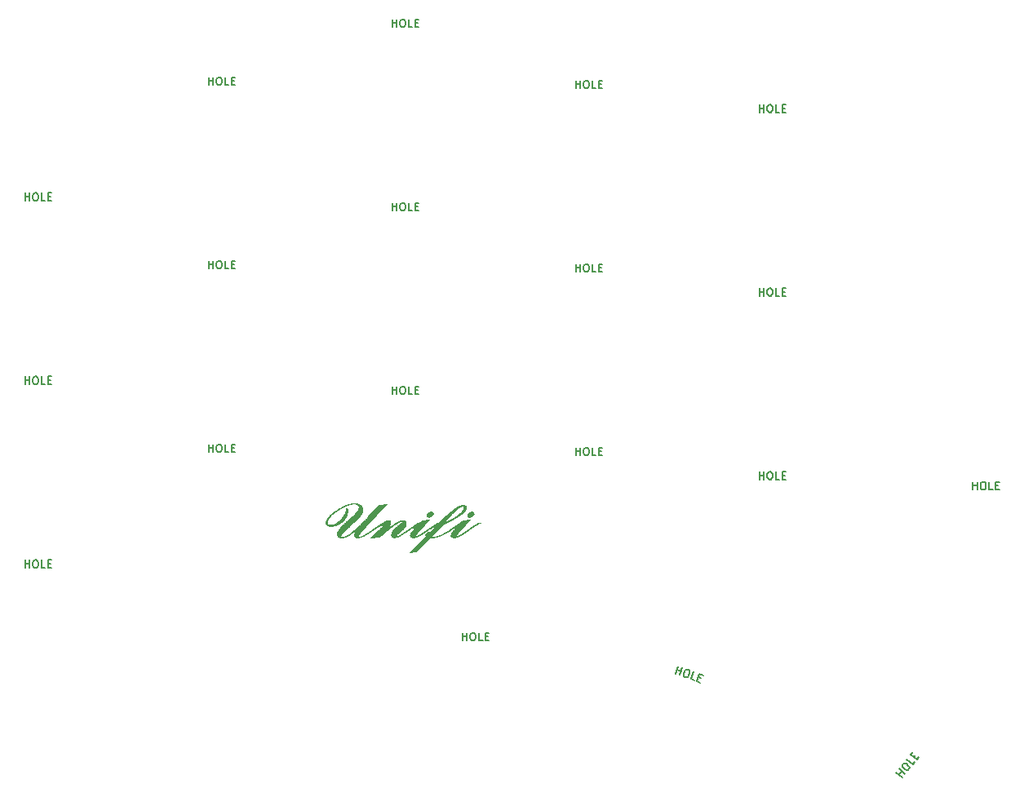
<source format=gto>
%TF.GenerationSoftware,KiCad,Pcbnew,7.0.9*%
%TF.CreationDate,2024-06-07T00:05:01+05:30*%
%TF.ProjectId,UniFi - Plate,556e6946-6920-42d2-9050-6c6174652e6b,rev?*%
%TF.SameCoordinates,Original*%
%TF.FileFunction,Legend,Top*%
%TF.FilePolarity,Positive*%
%FSLAX46Y46*%
G04 Gerber Fmt 4.6, Leading zero omitted, Abs format (unit mm)*
G04 Created by KiCad (PCBNEW 7.0.9) date 2024-06-07 00:05:01*
%MOMM*%
%LPD*%
G01*
G04 APERTURE LIST*
%ADD10C,0.600000*%
%ADD11C,0.152400*%
G04 APERTURE END LIST*
D10*
G36*
X105911549Y-109669351D02*
G01*
X105868224Y-109709578D01*
X105825568Y-109748928D01*
X105783579Y-109787400D01*
X105742258Y-109824994D01*
X105701605Y-109861711D01*
X105661620Y-109897550D01*
X105622302Y-109932511D01*
X105583653Y-109966594D01*
X105545671Y-109999800D01*
X105508357Y-110032127D01*
X105471711Y-110063578D01*
X105435733Y-110094150D01*
X105400423Y-110123844D01*
X105365781Y-110152661D01*
X105298499Y-110207662D01*
X105233889Y-110259151D01*
X105171951Y-110307130D01*
X105112684Y-110351597D01*
X105056088Y-110392554D01*
X105002164Y-110429999D01*
X104950911Y-110463934D01*
X104902330Y-110494357D01*
X104856420Y-110521270D01*
X104812151Y-110545640D01*
X104768187Y-110568439D01*
X104724529Y-110589665D01*
X104681175Y-110609319D01*
X104616718Y-110635852D01*
X104552948Y-110658847D01*
X104489865Y-110678304D01*
X104427468Y-110694224D01*
X104365759Y-110706606D01*
X104304736Y-110715450D01*
X104244401Y-110720757D01*
X104184752Y-110722526D01*
X104130384Y-110721169D01*
X104079021Y-110717099D01*
X104030664Y-110710315D01*
X103970863Y-110697050D01*
X103916404Y-110678961D01*
X103867289Y-110656048D01*
X103823516Y-110628311D01*
X103785086Y-110595750D01*
X103759769Y-110568164D01*
X103731414Y-110527452D01*
X103709242Y-110482984D01*
X103693251Y-110434762D01*
X103685316Y-110396130D01*
X103680858Y-110355387D01*
X103679878Y-110312531D01*
X103682375Y-110267562D01*
X103688350Y-110220482D01*
X103697802Y-110171289D01*
X103706036Y-110137320D01*
X103723538Y-110082350D01*
X103748568Y-110023442D01*
X103781126Y-109960595D01*
X103821212Y-109893810D01*
X103844077Y-109858940D01*
X103868825Y-109823086D01*
X103895454Y-109786247D01*
X103923965Y-109748424D01*
X103954359Y-109709616D01*
X103986634Y-109669824D01*
X104020791Y-109629047D01*
X104056830Y-109587285D01*
X104094751Y-109544539D01*
X104134553Y-109500808D01*
X104176238Y-109456092D01*
X104219805Y-109410392D01*
X104265253Y-109363707D01*
X104312583Y-109316038D01*
X104361796Y-109267384D01*
X104412890Y-109217745D01*
X104465866Y-109167122D01*
X104520724Y-109115515D01*
X104577464Y-109062922D01*
X104636086Y-109009345D01*
X104696590Y-108954784D01*
X104758975Y-108899238D01*
X104823243Y-108842707D01*
X104889392Y-108785191D01*
X104902826Y-108771514D01*
X104936394Y-108742245D01*
X105001605Y-108685046D01*
X105064249Y-108629634D01*
X105124327Y-108576007D01*
X105181839Y-108524166D01*
X105236784Y-108474112D01*
X105289162Y-108425843D01*
X105338975Y-108379361D01*
X105386220Y-108334664D01*
X105430900Y-108291754D01*
X105473012Y-108250630D01*
X105512559Y-108211291D01*
X105549539Y-108173739D01*
X105583952Y-108137973D01*
X105615799Y-108103992D01*
X105645080Y-108071798D01*
X105658757Y-108056371D01*
X105697337Y-108011420D01*
X105732932Y-107967791D01*
X105765543Y-107925484D01*
X105795171Y-107884500D01*
X105821815Y-107844838D01*
X105845474Y-107806499D01*
X105866150Y-107769482D01*
X105889077Y-107722183D01*
X105906699Y-107677234D01*
X105916434Y-107645066D01*
X105927215Y-107595500D01*
X105932691Y-107548895D01*
X105932863Y-107505252D01*
X105927730Y-107464570D01*
X105913854Y-107417883D01*
X105891690Y-107375822D01*
X105861237Y-107338389D01*
X105854152Y-107331458D01*
X105814432Y-107299654D01*
X105767021Y-107273240D01*
X105711917Y-107252217D01*
X105662296Y-107239280D01*
X105607751Y-107229793D01*
X105548284Y-107223755D01*
X105483894Y-107221168D01*
X105467027Y-107221060D01*
X105400240Y-107222898D01*
X105330857Y-107228410D01*
X105258875Y-107237598D01*
X105209445Y-107245765D01*
X105158860Y-107255565D01*
X105107120Y-107266999D01*
X105054227Y-107280066D01*
X105000178Y-107294766D01*
X104944976Y-107311100D01*
X104888618Y-107329067D01*
X104831107Y-107348668D01*
X104772441Y-107369901D01*
X104712621Y-107392769D01*
X104651646Y-107417269D01*
X104620725Y-107430132D01*
X104558601Y-107456926D01*
X104496181Y-107485041D01*
X104433465Y-107514476D01*
X104370453Y-107545232D01*
X104307145Y-107577307D01*
X104243542Y-107610704D01*
X104179643Y-107645421D01*
X104115448Y-107681458D01*
X104050957Y-107718816D01*
X103986171Y-107757494D01*
X103921089Y-107797492D01*
X103855711Y-107838811D01*
X103790037Y-107881451D01*
X103724068Y-107925411D01*
X103657803Y-107970691D01*
X103591242Y-108017292D01*
X103548108Y-108048524D01*
X103506024Y-108079696D01*
X103464989Y-108110806D01*
X103425004Y-108141856D01*
X103386068Y-108172844D01*
X103348182Y-108203771D01*
X103311345Y-108234637D01*
X103275558Y-108265443D01*
X103240820Y-108296187D01*
X103207132Y-108326870D01*
X103174493Y-108357492D01*
X103142903Y-108388053D01*
X103112364Y-108418552D01*
X103068522Y-108464188D01*
X103027041Y-108509685D01*
X102988386Y-108554579D01*
X102952566Y-108598769D01*
X102919579Y-108642255D01*
X102889425Y-108685037D01*
X102862105Y-108727114D01*
X102837619Y-108768487D01*
X102815966Y-108809157D01*
X102797147Y-108849122D01*
X102781162Y-108888383D01*
X102768010Y-108926940D01*
X102760816Y-108952254D01*
X102750779Y-108997835D01*
X102744482Y-109040792D01*
X102741925Y-109081122D01*
X102743989Y-109127843D01*
X102751895Y-109170462D01*
X102765646Y-109208978D01*
X102785240Y-109243391D01*
X102815737Y-109278585D01*
X102853189Y-109306497D01*
X102897597Y-109327128D01*
X102948959Y-109340478D01*
X103007277Y-109346545D01*
X103028262Y-109346950D01*
X103088428Y-109344159D01*
X103138021Y-109337908D01*
X103188911Y-109328085D01*
X103241099Y-109314690D01*
X103294584Y-109297723D01*
X103349367Y-109277183D01*
X103405448Y-109253072D01*
X103448360Y-109232644D01*
X103491636Y-109210144D01*
X103534913Y-109185876D01*
X103578190Y-109159838D01*
X103621467Y-109132032D01*
X103664744Y-109102456D01*
X103708020Y-109071112D01*
X103751297Y-109037999D01*
X103794574Y-109003117D01*
X103837851Y-108966466D01*
X103881127Y-108928047D01*
X103909979Y-108901451D01*
X103953960Y-108860000D01*
X103997062Y-108817348D01*
X104039283Y-108773493D01*
X104080624Y-108728435D01*
X104121085Y-108682176D01*
X104160666Y-108634715D01*
X104199367Y-108586051D01*
X104237188Y-108536186D01*
X104261913Y-108502274D01*
X104286246Y-108467828D01*
X104310189Y-108432848D01*
X104333740Y-108397334D01*
X104356738Y-108361690D01*
X104378715Y-108326564D01*
X104409767Y-108274850D01*
X104438521Y-108224303D01*
X104464979Y-108174924D01*
X104489140Y-108126713D01*
X104511003Y-108079669D01*
X104530570Y-108033794D01*
X104547840Y-107989086D01*
X104562813Y-107945546D01*
X104575489Y-107903173D01*
X104579204Y-107889309D01*
X104588537Y-107848510D01*
X104596234Y-107808178D01*
X104602295Y-107768314D01*
X104606720Y-107728917D01*
X104608513Y-107706615D01*
X104612177Y-107684145D01*
X104628587Y-107646058D01*
X104643928Y-107626503D01*
X104682182Y-107601694D01*
X104703768Y-107596217D01*
X104755670Y-107608857D01*
X104791066Y-107640653D01*
X104813963Y-107683312D01*
X104827797Y-107729723D01*
X104835430Y-107773961D01*
X104838101Y-107798450D01*
X104841632Y-107849894D01*
X104842501Y-107889639D01*
X104841846Y-107930380D01*
X104839667Y-107972117D01*
X104835964Y-108014849D01*
X104830737Y-108058578D01*
X104823986Y-108103304D01*
X104815711Y-108149025D01*
X104805911Y-108195742D01*
X104794587Y-108243455D01*
X104790474Y-108259581D01*
X104771917Y-108324809D01*
X104750441Y-108388846D01*
X104726046Y-108451693D01*
X104698730Y-108513349D01*
X104668496Y-108573814D01*
X104635342Y-108633089D01*
X104599268Y-108691173D01*
X104560275Y-108748066D01*
X104518363Y-108803769D01*
X104473531Y-108858281D01*
X104425779Y-108911602D01*
X104375109Y-108963733D01*
X104321518Y-109014673D01*
X104265009Y-109064422D01*
X104205579Y-109112981D01*
X104143231Y-109160348D01*
X104079246Y-109205659D01*
X104014908Y-109248047D01*
X103950217Y-109287511D01*
X103885173Y-109324052D01*
X103819776Y-109357670D01*
X103754026Y-109388364D01*
X103687923Y-109416136D01*
X103621467Y-109440983D01*
X103554658Y-109462908D01*
X103487496Y-109481909D01*
X103419981Y-109497987D01*
X103352113Y-109511142D01*
X103283892Y-109521374D01*
X103215318Y-109528682D01*
X103146391Y-109533067D01*
X103077111Y-109534528D01*
X103019744Y-109533163D01*
X102965341Y-109529067D01*
X102913900Y-109522241D01*
X102865421Y-109512684D01*
X102805390Y-109495694D01*
X102750627Y-109473849D01*
X102701129Y-109447151D01*
X102656898Y-109415597D01*
X102617934Y-109379190D01*
X102585228Y-109338676D01*
X102559163Y-109294804D01*
X102539738Y-109247574D01*
X102526954Y-109196985D01*
X102521723Y-109156839D01*
X102520227Y-109114805D01*
X102522467Y-109070881D01*
X102528442Y-109025068D01*
X102538152Y-108977367D01*
X102542219Y-108961046D01*
X102554963Y-108917008D01*
X102570755Y-108872455D01*
X102589596Y-108827386D01*
X102611484Y-108781803D01*
X102636422Y-108735704D01*
X102664407Y-108689089D01*
X102695441Y-108641960D01*
X102729522Y-108594316D01*
X102766653Y-108546156D01*
X102806831Y-108497481D01*
X102835310Y-108464745D01*
X102865063Y-108431722D01*
X102896008Y-108398601D01*
X102928146Y-108365380D01*
X102961477Y-108332060D01*
X102996000Y-108298641D01*
X103031716Y-108265122D01*
X103068624Y-108231504D01*
X103106725Y-108197787D01*
X103146019Y-108163971D01*
X103186505Y-108130056D01*
X103228183Y-108096041D01*
X103271055Y-108061927D01*
X103315119Y-108027714D01*
X103360375Y-107993402D01*
X103406824Y-107958990D01*
X103454466Y-107924480D01*
X103522839Y-107875723D01*
X103591185Y-107828370D01*
X103659501Y-107782422D01*
X103727789Y-107737878D01*
X103796048Y-107694739D01*
X103864279Y-107653004D01*
X103932480Y-107612673D01*
X104000654Y-107573747D01*
X104068799Y-107536225D01*
X104136915Y-107500108D01*
X104205002Y-107465395D01*
X104273061Y-107432086D01*
X104341091Y-107400182D01*
X104409093Y-107369682D01*
X104477066Y-107340587D01*
X104545010Y-107312896D01*
X104612539Y-107286632D01*
X104679267Y-107262062D01*
X104745194Y-107239188D01*
X104810319Y-107218007D01*
X104874643Y-107198521D01*
X104938165Y-107180730D01*
X105000886Y-107164632D01*
X105062805Y-107150230D01*
X105123923Y-107137522D01*
X105184239Y-107126508D01*
X105243755Y-107117188D01*
X105302468Y-107109563D01*
X105360380Y-107103633D01*
X105417491Y-107099397D01*
X105473801Y-107096855D01*
X105529309Y-107096008D01*
X105586334Y-107096966D01*
X105641699Y-107099839D01*
X105695403Y-107104629D01*
X105747448Y-107111334D01*
X105797833Y-107119955D01*
X105846557Y-107130492D01*
X105893622Y-107142944D01*
X105961106Y-107165215D01*
X106024855Y-107191797D01*
X106084868Y-107222689D01*
X106141147Y-107257891D01*
X106193690Y-107297404D01*
X106242498Y-107341228D01*
X106272451Y-107372323D01*
X106312354Y-107420626D01*
X106346225Y-107470921D01*
X106374063Y-107523208D01*
X106395870Y-107577487D01*
X106411644Y-107633758D01*
X106421387Y-107692021D01*
X106424530Y-107731970D01*
X106424993Y-107772805D01*
X106422775Y-107814525D01*
X106417876Y-107857130D01*
X106410296Y-107900620D01*
X106400034Y-107944996D01*
X106385441Y-107994787D01*
X106367305Y-108045609D01*
X106345627Y-108097461D01*
X106320408Y-108150343D01*
X106291646Y-108204256D01*
X106270503Y-108240770D01*
X106247787Y-108277743D01*
X106223496Y-108315173D01*
X106197631Y-108353061D01*
X106170192Y-108391407D01*
X106141179Y-108430211D01*
X106110591Y-108469473D01*
X106078429Y-108509193D01*
X106061758Y-108529225D01*
X106025918Y-108571101D01*
X105985566Y-108616374D01*
X105940701Y-108665043D01*
X105891322Y-108717109D01*
X105837432Y-108772571D01*
X105779028Y-108831430D01*
X105748134Y-108862133D01*
X105716112Y-108893685D01*
X105682961Y-108926086D01*
X105648682Y-108959337D01*
X105613276Y-108993436D01*
X105576741Y-109028385D01*
X105539077Y-109064183D01*
X105500286Y-109100829D01*
X105460366Y-109138326D01*
X105419318Y-109176671D01*
X105377142Y-109215865D01*
X105333838Y-109255908D01*
X105289406Y-109296801D01*
X105243845Y-109338543D01*
X105197156Y-109381133D01*
X105149339Y-109424573D01*
X105100394Y-109468862D01*
X105050321Y-109514001D01*
X104999119Y-109559988D01*
X104946790Y-109606824D01*
X104897960Y-109650841D01*
X104850695Y-109693744D01*
X104804995Y-109735533D01*
X104760860Y-109776207D01*
X104718289Y-109815766D01*
X104677283Y-109854212D01*
X104637841Y-109891543D01*
X104599965Y-109927759D01*
X104563653Y-109962862D01*
X104528905Y-109996850D01*
X104495723Y-110029723D01*
X104464105Y-110061482D01*
X104419611Y-110107032D01*
X104378639Y-110150074D01*
X104353279Y-110177376D01*
X104318124Y-110216356D01*
X104285931Y-110253431D01*
X104256701Y-110288599D01*
X104230433Y-110321861D01*
X104200017Y-110363244D01*
X104174868Y-110401239D01*
X104150837Y-110443968D01*
X104135035Y-110481401D01*
X104131018Y-110494891D01*
X104124264Y-110536336D01*
X104133451Y-110575320D01*
X104135903Y-110577934D01*
X104181112Y-110593733D01*
X104234006Y-110597397D01*
X104244591Y-110597473D01*
X104310458Y-110592854D01*
X104382121Y-110578995D01*
X104433116Y-110564623D01*
X104486688Y-110546144D01*
X104542835Y-110523559D01*
X104601558Y-110496868D01*
X104662857Y-110466071D01*
X104726732Y-110431167D01*
X104793184Y-110392157D01*
X104862211Y-110349040D01*
X104933814Y-110301817D01*
X105007993Y-110250488D01*
X105046049Y-110223284D01*
X105084749Y-110195053D01*
X105124092Y-110165795D01*
X105164080Y-110135511D01*
X105204711Y-110104200D01*
X105245987Y-110071863D01*
X105287909Y-110038484D01*
X105330480Y-110004051D01*
X105373699Y-109968562D01*
X105417568Y-109932018D01*
X105462085Y-109894419D01*
X105507251Y-109855765D01*
X105553065Y-109816056D01*
X105599529Y-109775291D01*
X105646641Y-109733471D01*
X105694402Y-109690596D01*
X105742811Y-109646666D01*
X105791870Y-109601680D01*
X105841577Y-109555639D01*
X105891933Y-109508543D01*
X105942938Y-109460392D01*
X105994591Y-109411186D01*
X106046894Y-109360924D01*
X106099845Y-109309608D01*
X106153445Y-109257236D01*
X106207693Y-109203808D01*
X106262591Y-109149326D01*
X106318137Y-109093788D01*
X106374332Y-109037196D01*
X106431175Y-108979548D01*
X106488668Y-108920844D01*
X106546809Y-108861086D01*
X106605599Y-108800272D01*
X106665038Y-108738404D01*
X106725126Y-108675480D01*
X106785862Y-108611500D01*
X106847247Y-108546466D01*
X106909281Y-108480376D01*
X108023028Y-107298241D01*
X108973133Y-107213244D01*
X106763956Y-109527690D01*
X106712608Y-109582618D01*
X106662977Y-109636027D01*
X106615064Y-109687917D01*
X106568867Y-109738288D01*
X106524388Y-109787140D01*
X106481627Y-109834474D01*
X106440583Y-109880289D01*
X106401256Y-109924584D01*
X106363646Y-109967361D01*
X106327754Y-110008619D01*
X106293579Y-110048358D01*
X106261121Y-110086578D01*
X106230381Y-110123280D01*
X106201358Y-110158462D01*
X106174053Y-110192126D01*
X106148464Y-110224270D01*
X106113080Y-110269920D01*
X106080658Y-110313079D01*
X106051199Y-110353749D01*
X106024702Y-110391928D01*
X106001167Y-110427617D01*
X105974396Y-110471329D01*
X105952891Y-110510614D01*
X105933416Y-110553494D01*
X105923761Y-110582819D01*
X105933531Y-110591612D01*
X105982379Y-110597473D01*
X106033112Y-110592459D01*
X106082933Y-110580619D01*
X106139611Y-110561814D01*
X106189890Y-110541755D01*
X106244559Y-110517240D01*
X106288440Y-110495927D01*
X106334790Y-110472108D01*
X106367062Y-110454836D01*
X106419430Y-110425755D01*
X106477615Y-110392004D01*
X106519637Y-110366908D01*
X106564245Y-110339736D01*
X106611438Y-110310488D01*
X106661217Y-110279164D01*
X106713581Y-110245764D01*
X106768531Y-110210287D01*
X106826067Y-110172735D01*
X106886187Y-110133107D01*
X106948894Y-110091402D01*
X107014186Y-110047622D01*
X107082064Y-110001765D01*
X107152527Y-109953832D01*
X107225575Y-109903824D01*
X107270311Y-109873138D01*
X107314147Y-109843118D01*
X107357084Y-109813764D01*
X107399121Y-109785076D01*
X107440260Y-109757054D01*
X107480499Y-109729698D01*
X107519839Y-109703007D01*
X107558280Y-109676983D01*
X107595821Y-109651625D01*
X107668207Y-109602906D01*
X107736996Y-109556851D01*
X107802188Y-109513460D01*
X107863783Y-109472732D01*
X107921781Y-109434668D01*
X107976182Y-109399268D01*
X108026986Y-109366532D01*
X108074194Y-109336460D01*
X108117805Y-109309051D01*
X108157819Y-109284306D01*
X108211095Y-109252184D01*
X108259191Y-109224423D01*
X108304561Y-109199393D01*
X108347205Y-109177093D01*
X108399822Y-109151608D01*
X108447592Y-109130977D01*
X108500490Y-109112015D01*
X108553970Y-109099272D01*
X108583566Y-109096845D01*
X108632586Y-109105073D01*
X108643405Y-109107592D01*
X108695001Y-109109057D01*
X108751254Y-109109424D01*
X108806766Y-109109538D01*
X108827808Y-109109546D01*
X108776050Y-109130341D01*
X108722441Y-109153403D01*
X108666980Y-109178732D01*
X108609669Y-109206327D01*
X108550507Y-109236190D01*
X108489494Y-109268319D01*
X108426630Y-109302715D01*
X108361915Y-109339378D01*
X108295349Y-109378308D01*
X108226933Y-109419505D01*
X108156665Y-109462969D01*
X108084547Y-109508700D01*
X108010578Y-109556697D01*
X107934757Y-109606962D01*
X107896153Y-109632944D01*
X107857086Y-109659493D01*
X107817557Y-109686609D01*
X107777564Y-109714291D01*
X107726180Y-109750329D01*
X107676900Y-109784805D01*
X107629723Y-109817718D01*
X107584650Y-109849067D01*
X107541681Y-109878855D01*
X107500816Y-109907079D01*
X107462054Y-109933741D01*
X107413645Y-109966858D01*
X107368975Y-109997198D01*
X107337927Y-110018129D01*
X107297824Y-110045247D01*
X107258419Y-110071767D01*
X107219714Y-110097690D01*
X107181707Y-110123016D01*
X107107790Y-110171876D01*
X107036669Y-110218347D01*
X106968343Y-110262429D01*
X106902812Y-110304122D01*
X106840077Y-110343426D01*
X106780137Y-110380341D01*
X106722993Y-110414867D01*
X106668644Y-110447004D01*
X106617091Y-110476752D01*
X106568333Y-110504112D01*
X106522371Y-110529082D01*
X106479204Y-110551663D01*
X106419694Y-110581055D01*
X106401256Y-110589658D01*
X106347407Y-110613403D01*
X106294395Y-110634812D01*
X106242220Y-110653886D01*
X106190882Y-110670624D01*
X106140382Y-110685027D01*
X106090719Y-110697094D01*
X106041893Y-110706825D01*
X105993904Y-110714221D01*
X105931222Y-110720450D01*
X105870028Y-110722526D01*
X105812745Y-110720602D01*
X105759355Y-110714832D01*
X105709858Y-110705215D01*
X105653460Y-110687784D01*
X105603145Y-110664342D01*
X105558911Y-110634890D01*
X105520760Y-110599427D01*
X105489675Y-110558769D01*
X105466640Y-110514343D01*
X105454008Y-110476088D01*
X105446529Y-110435422D01*
X105444201Y-110392344D01*
X105447025Y-110346853D01*
X105455001Y-110298951D01*
X105460921Y-110274096D01*
X105473869Y-110235147D01*
X105490269Y-110197594D01*
X105511564Y-110156195D01*
X105533049Y-110118757D01*
X105557932Y-110078648D01*
X105574494Y-110053300D01*
X105599796Y-110016954D01*
X105629906Y-109977280D01*
X105664825Y-109934278D01*
X105694170Y-109899842D01*
X105726220Y-109863535D01*
X105760975Y-109825356D01*
X105798434Y-109785305D01*
X105838598Y-109743382D01*
X105881467Y-109699587D01*
X105911549Y-109669351D01*
G37*
G36*
X108981681Y-109734808D02*
G01*
X109015348Y-109706288D01*
X109081809Y-109650693D01*
X109147106Y-109597020D01*
X109211239Y-109545271D01*
X109274208Y-109495446D01*
X109336012Y-109447544D01*
X109396653Y-109401565D01*
X109456130Y-109357510D01*
X109514443Y-109315378D01*
X109571592Y-109275169D01*
X109627577Y-109236884D01*
X109682398Y-109200523D01*
X109736055Y-109166084D01*
X109788549Y-109133569D01*
X109839878Y-109102978D01*
X109890043Y-109074310D01*
X109914689Y-109060697D01*
X109963094Y-109034789D01*
X110010306Y-109010551D01*
X110056326Y-108987985D01*
X110101153Y-108967091D01*
X110144788Y-108947869D01*
X110208003Y-108922169D01*
X110268536Y-108900230D01*
X110326385Y-108882052D01*
X110381551Y-108867635D01*
X110434033Y-108856979D01*
X110483832Y-108850084D01*
X110546057Y-108846741D01*
X110599828Y-108848878D01*
X110649402Y-108855289D01*
X110705466Y-108869314D01*
X110754970Y-108890017D01*
X110797916Y-108917399D01*
X110834302Y-108951460D01*
X110858688Y-108983517D01*
X110882879Y-109028549D01*
X110896952Y-109067872D01*
X110906331Y-109110126D01*
X110911015Y-109155311D01*
X110911005Y-109203427D01*
X110906302Y-109254474D01*
X110899694Y-109294682D01*
X110890445Y-109336539D01*
X110886776Y-109350858D01*
X110874411Y-109393081D01*
X110858688Y-109435732D01*
X110839606Y-109478811D01*
X110817166Y-109522316D01*
X110791368Y-109566250D01*
X110762212Y-109610610D01*
X110729697Y-109655398D01*
X110703107Y-109689270D01*
X110693824Y-109700614D01*
X110663524Y-109736034D01*
X110628952Y-109774150D01*
X110590108Y-109814962D01*
X110546992Y-109858471D01*
X110515875Y-109888974D01*
X110482859Y-109920676D01*
X110447945Y-109953577D01*
X110411132Y-109987675D01*
X110372420Y-110022972D01*
X110331810Y-110059467D01*
X110289301Y-110097161D01*
X110244894Y-110136053D01*
X110198588Y-110176143D01*
X110150383Y-110217431D01*
X110116347Y-110247008D01*
X110081023Y-110277216D01*
X110045894Y-110306922D01*
X110022156Y-110326852D01*
X109981608Y-110361474D01*
X109946059Y-110393042D01*
X109908653Y-110428209D01*
X109874078Y-110464113D01*
X109847956Y-110497318D01*
X109837753Y-110518339D01*
X109840195Y-110532016D01*
X109859734Y-110534947D01*
X109911931Y-110524592D01*
X109961218Y-110506182D01*
X110011146Y-110483809D01*
X110056884Y-110461308D01*
X110107774Y-110434716D01*
X110149323Y-110412087D01*
X110163817Y-110404033D01*
X110209018Y-110378316D01*
X110256238Y-110350624D01*
X110305475Y-110320957D01*
X110356730Y-110289315D01*
X110410004Y-110255698D01*
X110465294Y-110220107D01*
X110503276Y-110195282D01*
X110542155Y-110169579D01*
X110581930Y-110142998D01*
X110622602Y-110115540D01*
X110664171Y-110087204D01*
X110706637Y-110057990D01*
X110750000Y-110027899D01*
X110908757Y-109915547D01*
X110986247Y-109861331D01*
X111061638Y-109808836D01*
X111134930Y-109758062D01*
X111206123Y-109709009D01*
X111275217Y-109661678D01*
X111342212Y-109616067D01*
X111407108Y-109572178D01*
X111469905Y-109530010D01*
X111530604Y-109489563D01*
X111589203Y-109450837D01*
X111645703Y-109413832D01*
X111700104Y-109378549D01*
X111752407Y-109344986D01*
X111802610Y-109313145D01*
X111850714Y-109283025D01*
X111896720Y-109254626D01*
X111940626Y-109227948D01*
X111982434Y-109202992D01*
X112022142Y-109179756D01*
X112095262Y-109138449D01*
X112159987Y-109104026D01*
X112216315Y-109076487D01*
X112264248Y-109055833D01*
X112320405Y-109037761D01*
X112347348Y-109034319D01*
X112395433Y-109042547D01*
X112405966Y-109045066D01*
X112454815Y-109046531D01*
X112509464Y-109046898D01*
X112563674Y-109047012D01*
X112584263Y-109047020D01*
X112529409Y-109070219D01*
X112470481Y-109097318D01*
X112407478Y-109128318D01*
X112340402Y-109163218D01*
X112269252Y-109202019D01*
X112194028Y-109244719D01*
X112114730Y-109291320D01*
X112073554Y-109316083D01*
X112031359Y-109341821D01*
X111988145Y-109368534D01*
X111943913Y-109396222D01*
X111898663Y-109424885D01*
X111852394Y-109454524D01*
X111805106Y-109485137D01*
X111756800Y-109516725D01*
X111707476Y-109549289D01*
X111657133Y-109582827D01*
X111605771Y-109617341D01*
X111553392Y-109652830D01*
X111499993Y-109689294D01*
X111445577Y-109726732D01*
X111390141Y-109765146D01*
X111333688Y-109804535D01*
X111276215Y-109844899D01*
X111217725Y-109886238D01*
X111111479Y-109964396D01*
X111066294Y-109996636D01*
X111003130Y-110041295D01*
X110941253Y-110084537D01*
X110880665Y-110126360D01*
X110821364Y-110166766D01*
X110763352Y-110205755D01*
X110706627Y-110243325D01*
X110651191Y-110279478D01*
X110597043Y-110314213D01*
X110544182Y-110347530D01*
X110492610Y-110379429D01*
X110442325Y-110409911D01*
X110393329Y-110438975D01*
X110345620Y-110466621D01*
X110299200Y-110492850D01*
X110254067Y-110517660D01*
X110210223Y-110541053D01*
X110167666Y-110563028D01*
X110086418Y-110602726D01*
X110010321Y-110636752D01*
X109939376Y-110665107D01*
X109873583Y-110687791D01*
X109812942Y-110704804D01*
X109757453Y-110716146D01*
X109707116Y-110721817D01*
X109683880Y-110722526D01*
X109631959Y-110720266D01*
X109583664Y-110713489D01*
X109528393Y-110698662D01*
X109478787Y-110676776D01*
X109434846Y-110647829D01*
X109396570Y-110611823D01*
X109370028Y-110577934D01*
X109348046Y-110540580D01*
X109330949Y-110500814D01*
X109318737Y-110458637D01*
X109311409Y-110414047D01*
X109308967Y-110367045D01*
X109311409Y-110317632D01*
X109318737Y-110265807D01*
X109327438Y-110225355D01*
X109330949Y-110211570D01*
X109342417Y-110171499D01*
X109356670Y-110131397D01*
X109373710Y-110091265D01*
X109393536Y-110051102D01*
X109416147Y-110010909D01*
X109441545Y-109970685D01*
X109469728Y-109930431D01*
X109500697Y-109890146D01*
X109535998Y-109848213D01*
X109566331Y-109814619D01*
X109599969Y-109779187D01*
X109636913Y-109741918D01*
X109677163Y-109702812D01*
X109720719Y-109661868D01*
X109767580Y-109619086D01*
X109800658Y-109589544D01*
X109835205Y-109559186D01*
X109871221Y-109528010D01*
X109908707Y-109496018D01*
X109947662Y-109463210D01*
X109986187Y-109433454D01*
X110028491Y-109400607D01*
X110066630Y-109370873D01*
X110107393Y-109338993D01*
X110150779Y-109304966D01*
X110187378Y-109276199D01*
X110196790Y-109268792D01*
X110241812Y-109234165D01*
X110282542Y-109202457D01*
X110318978Y-109173669D01*
X110360881Y-109139826D01*
X110395151Y-109111174D01*
X110432245Y-109077926D01*
X110455687Y-109049951D01*
X110455687Y-109037250D01*
X110437369Y-109034319D01*
X110371290Y-109041082D01*
X110313941Y-109055029D01*
X110249917Y-109076585D01*
X110203525Y-109095181D01*
X110154166Y-109117159D01*
X110101840Y-109142519D01*
X110046547Y-109171259D01*
X109988286Y-109203381D01*
X109927059Y-109238884D01*
X109862864Y-109277768D01*
X109795702Y-109320034D01*
X109725573Y-109365680D01*
X109652476Y-109414708D01*
X109614815Y-109440490D01*
X109576413Y-109467117D01*
X109537439Y-109494486D01*
X109498064Y-109522492D01*
X109458289Y-109551135D01*
X109418113Y-109580416D01*
X109377536Y-109610333D01*
X109336559Y-109640889D01*
X109295180Y-109672081D01*
X109253402Y-109703911D01*
X109211222Y-109736378D01*
X109168642Y-109769482D01*
X109125661Y-109803224D01*
X109082279Y-109837603D01*
X109038496Y-109872620D01*
X108994313Y-109908273D01*
X108949729Y-109944564D01*
X108904745Y-109981493D01*
X108859360Y-110019059D01*
X108813574Y-110057262D01*
X108767387Y-110096102D01*
X108720799Y-110135580D01*
X108673811Y-110175695D01*
X108626423Y-110216447D01*
X108578633Y-110257836D01*
X108530443Y-110299863D01*
X108481852Y-110342528D01*
X108432860Y-110385829D01*
X108383468Y-110429768D01*
X108333675Y-110474344D01*
X108283481Y-110519558D01*
X108232886Y-110565409D01*
X108181891Y-110611897D01*
X108130495Y-110659023D01*
X107099790Y-110729364D01*
X107866713Y-110019106D01*
X107908735Y-109979165D01*
X107949316Y-109940430D01*
X107988457Y-109902900D01*
X108026158Y-109866577D01*
X108062417Y-109831459D01*
X108097236Y-109797547D01*
X108130614Y-109764842D01*
X108162552Y-109733342D01*
X108207757Y-109688354D01*
X108249721Y-109646079D01*
X108288443Y-109606517D01*
X108323924Y-109569669D01*
X108356163Y-109535534D01*
X108366189Y-109524759D01*
X108403608Y-109484184D01*
X108436486Y-109447456D01*
X108464822Y-109414575D01*
X108493855Y-109378883D01*
X108519329Y-109343987D01*
X108538381Y-109307871D01*
X108542044Y-109286378D01*
X108542044Y-109284424D01*
X108496845Y-109299689D01*
X108451980Y-109323503D01*
X108404425Y-109351743D01*
X108359727Y-109379831D01*
X108309113Y-109412804D01*
X108267271Y-109440739D01*
X108225368Y-109468674D01*
X108186213Y-109493862D01*
X108138280Y-109523171D01*
X108095233Y-109547595D01*
X108048292Y-109571256D01*
X108002039Y-109589575D01*
X107961968Y-109597055D01*
X107914025Y-109584175D01*
X107910677Y-109582400D01*
X107894791Y-109544504D01*
X107896022Y-109541367D01*
X107915789Y-109503106D01*
X107945324Y-109471243D01*
X107950977Y-109466140D01*
X107988220Y-109434834D01*
X108026635Y-109405614D01*
X108066782Y-109376915D01*
X108088974Y-109361605D01*
X108134683Y-109329174D01*
X108179305Y-109297827D01*
X108222840Y-109267563D01*
X108265287Y-109238384D01*
X108306646Y-109210288D01*
X108346917Y-109183277D01*
X108386101Y-109157349D01*
X108424197Y-109132505D01*
X108479302Y-109097271D01*
X108531960Y-109064475D01*
X108582170Y-109034119D01*
X108629934Y-109006201D01*
X108675250Y-108980721D01*
X108689811Y-108972770D01*
X108732448Y-108950247D01*
X108786591Y-108923663D01*
X108837644Y-108901017D01*
X108885605Y-108882309D01*
X108941210Y-108864463D01*
X108991984Y-108852771D01*
X109046538Y-108846864D01*
X109054954Y-108846741D01*
X109107691Y-108850794D01*
X109154159Y-108862952D01*
X109200449Y-108887382D01*
X109233336Y-108917104D01*
X109259955Y-108954931D01*
X109263782Y-108962023D01*
X109279888Y-108999528D01*
X109290806Y-109039990D01*
X109296536Y-109083410D01*
X109297079Y-109129788D01*
X109293778Y-109169019D01*
X109287157Y-109210143D01*
X109277215Y-109253161D01*
X109264893Y-109297731D01*
X109249910Y-109342783D01*
X109235390Y-109380693D01*
X109219022Y-109418937D01*
X109200805Y-109457515D01*
X109180739Y-109496427D01*
X109158492Y-109534962D01*
X109132964Y-109573020D01*
X109104157Y-109610601D01*
X109072070Y-109647704D01*
X109036704Y-109684331D01*
X108998058Y-109720481D01*
X108981681Y-109734808D01*
G37*
G36*
X112975052Y-108310383D02*
G01*
X112988570Y-108270140D01*
X113007753Y-108231233D01*
X113032600Y-108193662D01*
X113063113Y-108157426D01*
X113099290Y-108122526D01*
X113141132Y-108088962D01*
X113159455Y-108075910D01*
X113206604Y-108045795D01*
X113254171Y-108020784D01*
X113302155Y-108000877D01*
X113350556Y-107986075D01*
X113399375Y-107976376D01*
X113448611Y-107971783D01*
X113468422Y-107971374D01*
X113519799Y-107974156D01*
X113573010Y-107984435D01*
X113618975Y-108002286D01*
X113657694Y-108027711D01*
X113680914Y-108050509D01*
X113706459Y-108086853D01*
X113722187Y-108127499D01*
X113728097Y-108172445D01*
X113725350Y-108214394D01*
X113717550Y-108251765D01*
X113703859Y-108294517D01*
X113684921Y-108335456D01*
X113660735Y-108374583D01*
X113631302Y-108411897D01*
X113596621Y-108447398D01*
X113556693Y-108481086D01*
X113539253Y-108494054D01*
X113494477Y-108523606D01*
X113448687Y-108548150D01*
X113401884Y-108567685D01*
X113354067Y-108582210D01*
X113305237Y-108591727D01*
X113255392Y-108596235D01*
X113235171Y-108596636D01*
X113179601Y-108593923D01*
X113130127Y-108585782D01*
X113080113Y-108569427D01*
X113038398Y-108545685D01*
X113009246Y-108519455D01*
X112984235Y-108483071D01*
X112969041Y-108441450D01*
X112963832Y-108401608D01*
X112965836Y-108357919D01*
X112973015Y-108318573D01*
X112975052Y-108310383D01*
G37*
G36*
X112125087Y-109322526D02*
G01*
X111904047Y-109511081D01*
X111865717Y-109535963D01*
X111825714Y-109562273D01*
X111785777Y-109588773D01*
X111758723Y-109606824D01*
X111714511Y-109636591D01*
X111674688Y-109662390D01*
X111631081Y-109689056D01*
X111587804Y-109712870D01*
X111541404Y-109731846D01*
X111527913Y-109733831D01*
X111479252Y-109727519D01*
X111455861Y-109719176D01*
X111431592Y-109683756D01*
X111433880Y-109669351D01*
X111459329Y-109631664D01*
X111494158Y-109601310D01*
X111535546Y-109571348D01*
X111578169Y-109543599D01*
X111607292Y-109525736D01*
X111646261Y-109500285D01*
X111688361Y-109472936D01*
X111726837Y-109448112D01*
X111766374Y-109422833D01*
X111784368Y-109411430D01*
X112050593Y-109229713D01*
X112088794Y-109202358D01*
X112096999Y-109196496D01*
X112140047Y-109165124D01*
X112181721Y-109134386D01*
X112222021Y-109104284D01*
X112260947Y-109074818D01*
X112298499Y-109045986D01*
X112334678Y-109017791D01*
X112369482Y-108990230D01*
X112413751Y-108954472D01*
X112455578Y-108919843D01*
X112485345Y-108894612D01*
X113308443Y-108841856D01*
X112287508Y-109977096D01*
X112246986Y-110020751D01*
X112208311Y-110062688D01*
X112171481Y-110102908D01*
X112136498Y-110141411D01*
X112103360Y-110178196D01*
X112072069Y-110213264D01*
X112042624Y-110246615D01*
X112006235Y-110288411D01*
X111973129Y-110327154D01*
X111950453Y-110354207D01*
X111923129Y-110387196D01*
X111893695Y-110423665D01*
X111865302Y-110460439D01*
X111839199Y-110497609D01*
X111825889Y-110523224D01*
X111825889Y-110532993D01*
X111834438Y-110534947D01*
X111887637Y-110525361D01*
X111932747Y-110509633D01*
X111986980Y-110486415D01*
X112036935Y-110462449D01*
X112078233Y-110441329D01*
X112122816Y-110417512D01*
X112170683Y-110390999D01*
X112187369Y-110381563D01*
X112239400Y-110351524D01*
X112294287Y-110318926D01*
X112352029Y-110283769D01*
X112392109Y-110258910D01*
X112433459Y-110232913D01*
X112476077Y-110205779D01*
X112519965Y-110177508D01*
X112565121Y-110148100D01*
X112611546Y-110117554D01*
X112659240Y-110085871D01*
X112708204Y-110053051D01*
X112758435Y-110019094D01*
X112809936Y-109983999D01*
X112862706Y-109947767D01*
X112889567Y-109929225D01*
X112935962Y-109897215D01*
X112981420Y-109865909D01*
X113025941Y-109835307D01*
X113069524Y-109805409D01*
X113112170Y-109776215D01*
X113153879Y-109747726D01*
X113194650Y-109719940D01*
X113234484Y-109692859D01*
X113273380Y-109666482D01*
X113311339Y-109640808D01*
X113384445Y-109591574D01*
X113453801Y-109545157D01*
X113519408Y-109501556D01*
X113581266Y-109460771D01*
X113639373Y-109422803D01*
X113693732Y-109387651D01*
X113744341Y-109355315D01*
X113791200Y-109325796D01*
X113834310Y-109299094D01*
X113873670Y-109275207D01*
X113909281Y-109254138D01*
X113958500Y-109226028D01*
X114004951Y-109200683D01*
X114048632Y-109178103D01*
X114102565Y-109152297D01*
X114151576Y-109131407D01*
X114205917Y-109112206D01*
X114260971Y-109099303D01*
X114291521Y-109096845D01*
X114340528Y-109104067D01*
X114348918Y-109105638D01*
X114401125Y-109107103D01*
X114457224Y-109107470D01*
X114512422Y-109107584D01*
X114533321Y-109107592D01*
X114477274Y-109130650D01*
X114419042Y-109156349D01*
X114358626Y-109184689D01*
X114296024Y-109215669D01*
X114231238Y-109249291D01*
X114164267Y-109285553D01*
X114095111Y-109324457D01*
X114023770Y-109366001D01*
X113950244Y-109410186D01*
X113874533Y-109457012D01*
X113835859Y-109481415D01*
X113796638Y-109506479D01*
X113756871Y-109532202D01*
X113716558Y-109558586D01*
X113675699Y-109585631D01*
X113634293Y-109613335D01*
X113592341Y-109641700D01*
X113549843Y-109670724D01*
X113506799Y-109700409D01*
X113463208Y-109730755D01*
X113419072Y-109761760D01*
X113374389Y-109793426D01*
X113330890Y-109824429D01*
X113289238Y-109854059D01*
X113249432Y-109882315D01*
X113211471Y-109909197D01*
X113163730Y-109942903D01*
X113119270Y-109974166D01*
X113078092Y-110002986D01*
X113040196Y-110029364D01*
X113005582Y-110053300D01*
X112937147Y-110100702D01*
X112870753Y-110146189D01*
X112806400Y-110189760D01*
X112744090Y-110231414D01*
X112683821Y-110271153D01*
X112625594Y-110308977D01*
X112569408Y-110344884D01*
X112515265Y-110378876D01*
X112463163Y-110410952D01*
X112413103Y-110441112D01*
X112365084Y-110469357D01*
X112319107Y-110495685D01*
X112275172Y-110520098D01*
X112233279Y-110542595D01*
X112174267Y-110572749D01*
X112155617Y-110581842D01*
X112101002Y-110606984D01*
X112047525Y-110629652D01*
X111995186Y-110649848D01*
X111943985Y-110667571D01*
X111893921Y-110682821D01*
X111844995Y-110695598D01*
X111797206Y-110705902D01*
X111735258Y-110715794D01*
X111675333Y-110721289D01*
X111631716Y-110722526D01*
X111580139Y-110720846D01*
X111520873Y-110714025D01*
X111467391Y-110701956D01*
X111419694Y-110684639D01*
X111377780Y-110662076D01*
X111341650Y-110634264D01*
X111322749Y-110615059D01*
X111296852Y-110579567D01*
X111277931Y-110540259D01*
X111265988Y-110497135D01*
X111261021Y-110450195D01*
X111262070Y-110409895D01*
X111267585Y-110367152D01*
X111277564Y-110321967D01*
X111293374Y-110275216D01*
X111318823Y-110221423D01*
X111341144Y-110181650D01*
X111367748Y-110138747D01*
X111398636Y-110092715D01*
X111433808Y-110043553D01*
X111473264Y-109991263D01*
X111517003Y-109935842D01*
X111565027Y-109877293D01*
X111617334Y-109815614D01*
X111673924Y-109750806D01*
X111703826Y-109717228D01*
X111734799Y-109682868D01*
X111766843Y-109647725D01*
X111799958Y-109611801D01*
X111834143Y-109575094D01*
X111869400Y-109537604D01*
X111905727Y-109499333D01*
X111943126Y-109460279D01*
X111980034Y-109424776D01*
X112015655Y-109393738D01*
X112055584Y-109363170D01*
X112093760Y-109338680D01*
X112125087Y-109322526D01*
G37*
G36*
X116838649Y-107285006D02*
G01*
X116888357Y-107289265D01*
X116945285Y-107298582D01*
X116996429Y-107312335D01*
X117041790Y-107330524D01*
X117088587Y-107358207D01*
X117108862Y-107374445D01*
X117142221Y-107411024D01*
X117165362Y-107452618D01*
X117176841Y-107491110D01*
X117181224Y-107533084D01*
X117178511Y-107578541D01*
X117171231Y-107617414D01*
X117168702Y-107627480D01*
X117156275Y-107667238D01*
X117139144Y-107708355D01*
X117117310Y-107750831D01*
X117090773Y-107794665D01*
X117059532Y-107839857D01*
X117023587Y-107886408D01*
X116982939Y-107934318D01*
X116937587Y-107983586D01*
X116887531Y-108034213D01*
X116832772Y-108086199D01*
X116773310Y-108139543D01*
X116709143Y-108194246D01*
X116640274Y-108250307D01*
X116604075Y-108278847D01*
X116566700Y-108307727D01*
X116528150Y-108336947D01*
X116488423Y-108366506D01*
X116447521Y-108396404D01*
X116405443Y-108426643D01*
X116362585Y-108456912D01*
X116319190Y-108487024D01*
X116275258Y-108516980D01*
X116230790Y-108546780D01*
X116185785Y-108576423D01*
X116140244Y-108605910D01*
X116094165Y-108635240D01*
X116047551Y-108664413D01*
X116000399Y-108693431D01*
X115952711Y-108722291D01*
X115904486Y-108750995D01*
X115855725Y-108779543D01*
X115806426Y-108807935D01*
X115756592Y-108836169D01*
X115706220Y-108864248D01*
X115655312Y-108892170D01*
X115603867Y-108919935D01*
X115551886Y-108947544D01*
X115499367Y-108974997D01*
X115446313Y-109002293D01*
X115392721Y-109029432D01*
X115338593Y-109056415D01*
X115283928Y-109083242D01*
X115228726Y-109109912D01*
X115172988Y-109136426D01*
X115116713Y-109162783D01*
X115059902Y-109188984D01*
X115002554Y-109215028D01*
X114944669Y-109240916D01*
X114886247Y-109266647D01*
X114827289Y-109292222D01*
X114767794Y-109317641D01*
X113497732Y-110612128D01*
X113530704Y-110597473D01*
X113580164Y-110597473D01*
X113631264Y-110597473D01*
X113635729Y-110597473D01*
X113690093Y-110595713D01*
X113747398Y-110590432D01*
X113807645Y-110581631D01*
X113870832Y-110569309D01*
X113936960Y-110553467D01*
X114006029Y-110534104D01*
X114053708Y-110519239D01*
X114102695Y-110502810D01*
X114152989Y-110484816D01*
X114204590Y-110465258D01*
X114257499Y-110444135D01*
X114311714Y-110421447D01*
X114367236Y-110397194D01*
X114423965Y-110371407D01*
X114481801Y-110344117D01*
X114540744Y-110315323D01*
X114600793Y-110285026D01*
X114661950Y-110253224D01*
X114724212Y-110219920D01*
X114787582Y-110185111D01*
X114852058Y-110148799D01*
X114917641Y-110110984D01*
X114984331Y-110071664D01*
X115052127Y-110030841D01*
X115121031Y-109988515D01*
X115191041Y-109944685D01*
X115262157Y-109899351D01*
X115334381Y-109852514D01*
X115407711Y-109804173D01*
X115553035Y-109711360D01*
X115605565Y-109677400D01*
X115656757Y-109644518D01*
X115706611Y-109612714D01*
X115755127Y-109581988D01*
X115802305Y-109552340D01*
X115848144Y-109523770D01*
X115892646Y-109496279D01*
X115935810Y-109469865D01*
X115977635Y-109444530D01*
X116018122Y-109420272D01*
X116095083Y-109374992D01*
X116166691Y-109334024D01*
X116232946Y-109297369D01*
X116293850Y-109265026D01*
X116349400Y-109236995D01*
X116399599Y-109213277D01*
X116444445Y-109193871D01*
X116501679Y-109172848D01*
X116559257Y-109159910D01*
X116570307Y-109159371D01*
X116619521Y-109166593D01*
X116627704Y-109168164D01*
X116679300Y-109169630D01*
X116734636Y-109169996D01*
X116789061Y-109170110D01*
X116809665Y-109170118D01*
X116752926Y-109193253D01*
X116695367Y-109217959D01*
X116636987Y-109244238D01*
X116577787Y-109272090D01*
X116517766Y-109301513D01*
X116456925Y-109332509D01*
X116395263Y-109365077D01*
X116332780Y-109399218D01*
X116269478Y-109434931D01*
X116205354Y-109472216D01*
X116140411Y-109511074D01*
X116074646Y-109551503D01*
X116008062Y-109593505D01*
X115940656Y-109637080D01*
X115872430Y-109682227D01*
X115803384Y-109728946D01*
X115757921Y-109759898D01*
X115714498Y-109789373D01*
X115673114Y-109817371D01*
X115633769Y-109843893D01*
X115584481Y-109876957D01*
X115538819Y-109907396D01*
X115496783Y-109935209D01*
X115458372Y-109960396D01*
X115423586Y-109982958D01*
X115347895Y-110030147D01*
X115273473Y-110075725D01*
X115200319Y-110119692D01*
X115128434Y-110162049D01*
X115057819Y-110202796D01*
X114988472Y-110241932D01*
X114920394Y-110279458D01*
X114853585Y-110315373D01*
X114788045Y-110349678D01*
X114723773Y-110382372D01*
X114660771Y-110413455D01*
X114599038Y-110442929D01*
X114538573Y-110470791D01*
X114479378Y-110497044D01*
X114421451Y-110521686D01*
X114364794Y-110544717D01*
X114309114Y-110566248D01*
X114254121Y-110586391D01*
X114199815Y-110605144D01*
X114146196Y-110622508D01*
X114093264Y-110638483D01*
X114041019Y-110653069D01*
X113989461Y-110666266D01*
X113938590Y-110678073D01*
X113888406Y-110688492D01*
X113838908Y-110697521D01*
X113790098Y-110705162D01*
X113718170Y-110714017D01*
X113647788Y-110719747D01*
X113578952Y-110722352D01*
X113556350Y-110722526D01*
X113505401Y-110721974D01*
X113459874Y-110720572D01*
X113410930Y-110718374D01*
X113379274Y-110716664D01*
X111929693Y-112215338D01*
X111132240Y-112294473D01*
X112909106Y-110497822D01*
X112884935Y-110462926D01*
X112868806Y-110425526D01*
X112860744Y-110385676D01*
X112862357Y-110345502D01*
X112866364Y-110326852D01*
X112882376Y-110284143D01*
X112903728Y-110248949D01*
X112932121Y-110215061D01*
X112967555Y-110182477D01*
X113010031Y-110151199D01*
X113017794Y-110146113D01*
X113057544Y-110122471D01*
X113105400Y-110099390D01*
X113153428Y-110082079D01*
X113201628Y-110070538D01*
X113249999Y-110064768D01*
X113274249Y-110064047D01*
X113325540Y-110064047D01*
X113976380Y-109436411D01*
X113940186Y-109467198D01*
X113896954Y-109501372D01*
X113859364Y-109529399D01*
X113819102Y-109558037D01*
X113776168Y-109587285D01*
X113723003Y-109622553D01*
X113673873Y-109654352D01*
X113628778Y-109682683D01*
X113587720Y-109707544D01*
X113539253Y-109735296D01*
X113497961Y-109756881D01*
X113449475Y-109777695D01*
X113417131Y-109784633D01*
X113368921Y-109774956D01*
X113349965Y-109762163D01*
X113332543Y-109724843D01*
X113335310Y-109704521D01*
X113365031Y-109668168D01*
X113399901Y-109640179D01*
X113440301Y-109611499D01*
X113481380Y-109584294D01*
X113490404Y-109578492D01*
X113534282Y-109551301D01*
X113575241Y-109525415D01*
X113613279Y-109500834D01*
X113653968Y-109473806D01*
X113690683Y-109448555D01*
X113943475Y-109285401D01*
X113985139Y-109256397D01*
X114028922Y-109224829D01*
X114074822Y-109190696D01*
X114122841Y-109153998D01*
X114172977Y-109114736D01*
X114225232Y-109072909D01*
X114234207Y-109065582D01*
X114944871Y-109065582D01*
X114991817Y-109042473D01*
X115038317Y-109019306D01*
X115084372Y-108996082D01*
X115129980Y-108972800D01*
X115175142Y-108949462D01*
X115219858Y-108926066D01*
X115264129Y-108902613D01*
X115307953Y-108879103D01*
X115351331Y-108855535D01*
X115394263Y-108831910D01*
X115436749Y-108808228D01*
X115478789Y-108784489D01*
X115520383Y-108760693D01*
X115561531Y-108736839D01*
X115602233Y-108712928D01*
X115642489Y-108688960D01*
X115682299Y-108664934D01*
X115721663Y-108640852D01*
X115760581Y-108616712D01*
X115799053Y-108592514D01*
X115874658Y-108543948D01*
X115948480Y-108495153D01*
X116020517Y-108446129D01*
X116090770Y-108396876D01*
X116159239Y-108347394D01*
X116225924Y-108297683D01*
X116289962Y-108248254D01*
X116350488Y-108199619D01*
X116407504Y-108151778D01*
X116461008Y-108104731D01*
X116511001Y-108058477D01*
X116557484Y-108013018D01*
X116600455Y-107968352D01*
X116639916Y-107924480D01*
X116675865Y-107881401D01*
X116708304Y-107839117D01*
X116737231Y-107797626D01*
X116762648Y-107756929D01*
X116784553Y-107717026D01*
X116802948Y-107677916D01*
X116817832Y-107639601D01*
X116829204Y-107602079D01*
X116835716Y-107562962D01*
X116831700Y-107522950D01*
X116820656Y-107502428D01*
X116781200Y-107477149D01*
X116733949Y-107471165D01*
X116670294Y-107477683D01*
X116617944Y-107491127D01*
X116561644Y-107511904D01*
X116501394Y-107540014D01*
X116459033Y-107562828D01*
X116414917Y-107588900D01*
X116369045Y-107618232D01*
X116321417Y-107650824D01*
X116272035Y-107686674D01*
X116220896Y-107725783D01*
X116168002Y-107768152D01*
X116113353Y-107813779D01*
X116056948Y-107862666D01*
X116028088Y-107888332D01*
X115969474Y-107941817D01*
X115909649Y-107997981D01*
X115848612Y-108056825D01*
X115817639Y-108087251D01*
X115786363Y-108118347D01*
X115754785Y-108150113D01*
X115722903Y-108182549D01*
X115690719Y-108215654D01*
X115658231Y-108249429D01*
X115625441Y-108283874D01*
X115592348Y-108318989D01*
X115558952Y-108354773D01*
X115525253Y-108391228D01*
X115491251Y-108428352D01*
X115456946Y-108466145D01*
X115422338Y-108504609D01*
X115387427Y-108543742D01*
X115352213Y-108583545D01*
X115316697Y-108624018D01*
X115280877Y-108665160D01*
X115244755Y-108706973D01*
X115208330Y-108749455D01*
X115171601Y-108792606D01*
X115134570Y-108836428D01*
X115097236Y-108880919D01*
X115059599Y-108926080D01*
X115021659Y-108971911D01*
X114983416Y-109018412D01*
X114944871Y-109065582D01*
X114234207Y-109065582D01*
X114279605Y-109028518D01*
X114336095Y-108981563D01*
X114394704Y-108932042D01*
X114455431Y-108879958D01*
X114518276Y-108825308D01*
X114583238Y-108768094D01*
X114616514Y-108738526D01*
X114650319Y-108708316D01*
X114684654Y-108677465D01*
X114719518Y-108645973D01*
X114754912Y-108613840D01*
X114790835Y-108581065D01*
X114827288Y-108547650D01*
X114864270Y-108513593D01*
X114897901Y-108481800D01*
X114933014Y-108448614D01*
X114967704Y-108415840D01*
X114999797Y-108385538D01*
X115005931Y-108379748D01*
X115047043Y-108342123D01*
X115087643Y-108305208D01*
X115127729Y-108269003D01*
X115167303Y-108233508D01*
X115206364Y-108198722D01*
X115244912Y-108164647D01*
X115282948Y-108131281D01*
X115320470Y-108098625D01*
X115357480Y-108066679D01*
X115393977Y-108035442D01*
X115429961Y-108004916D01*
X115465432Y-107975099D01*
X115500391Y-107945992D01*
X115534836Y-107917595D01*
X115602189Y-107862930D01*
X115667491Y-107811105D01*
X115730741Y-107762119D01*
X115791940Y-107715973D01*
X115851088Y-107672665D01*
X115908184Y-107632197D01*
X115963230Y-107594569D01*
X116016224Y-107559779D01*
X116067166Y-107527829D01*
X116116912Y-107498253D01*
X116166008Y-107470585D01*
X116214456Y-107444825D01*
X116262255Y-107420973D01*
X116309406Y-107399029D01*
X116355907Y-107378994D01*
X116401760Y-107360866D01*
X116446964Y-107344647D01*
X116513554Y-107323896D01*
X116578683Y-107307438D01*
X116642354Y-107295274D01*
X116704564Y-107287403D01*
X116765315Y-107283825D01*
X116785240Y-107283586D01*
X116838649Y-107285006D01*
G37*
G36*
X117200453Y-108310383D02*
G01*
X117213971Y-108270140D01*
X117233154Y-108231233D01*
X117258002Y-108193662D01*
X117288514Y-108157426D01*
X117324691Y-108122526D01*
X117366534Y-108088962D01*
X117384857Y-108075910D01*
X117432006Y-108045795D01*
X117479572Y-108020784D01*
X117527556Y-108000877D01*
X117575957Y-107986075D01*
X117624776Y-107976376D01*
X117674012Y-107971783D01*
X117693824Y-107971374D01*
X117745201Y-107974156D01*
X117798412Y-107984435D01*
X117844377Y-108002286D01*
X117883095Y-108027711D01*
X117906315Y-108050509D01*
X117931860Y-108086853D01*
X117947588Y-108127499D01*
X117953499Y-108172445D01*
X117950751Y-108214394D01*
X117942951Y-108251765D01*
X117929260Y-108294517D01*
X117910322Y-108335456D01*
X117886136Y-108374583D01*
X117856703Y-108411897D01*
X117822023Y-108447398D01*
X117782095Y-108481086D01*
X117764654Y-108494054D01*
X117719878Y-108523606D01*
X117674089Y-108548150D01*
X117627285Y-108567685D01*
X117579468Y-108582210D01*
X117530638Y-108591727D01*
X117480793Y-108596235D01*
X117460572Y-108596636D01*
X117405002Y-108593923D01*
X117355528Y-108585782D01*
X117305515Y-108569427D01*
X117263799Y-108545685D01*
X117234647Y-108519455D01*
X117209636Y-108483071D01*
X117194443Y-108441450D01*
X117189233Y-108401608D01*
X117191237Y-108357919D01*
X117198416Y-108318573D01*
X117200453Y-108310383D01*
G37*
G36*
X116350488Y-109322526D02*
G01*
X116129448Y-109511081D01*
X116091118Y-109535963D01*
X116051115Y-109562273D01*
X116011178Y-109588773D01*
X115984124Y-109606824D01*
X115939912Y-109636591D01*
X115900089Y-109662390D01*
X115856482Y-109689056D01*
X115813205Y-109712870D01*
X115766805Y-109731846D01*
X115753314Y-109733831D01*
X115704653Y-109727519D01*
X115681263Y-109719176D01*
X115656993Y-109683756D01*
X115659281Y-109669351D01*
X115684731Y-109631664D01*
X115719559Y-109601310D01*
X115760947Y-109571348D01*
X115803570Y-109543599D01*
X115832693Y-109525736D01*
X115871662Y-109500285D01*
X115913762Y-109472936D01*
X115952239Y-109448112D01*
X115991775Y-109422833D01*
X116009769Y-109411430D01*
X116275994Y-109229713D01*
X116314195Y-109202358D01*
X116322400Y-109196496D01*
X116365448Y-109165124D01*
X116407122Y-109134386D01*
X116447422Y-109104284D01*
X116486348Y-109074818D01*
X116523901Y-109045986D01*
X116560079Y-109017791D01*
X116594884Y-108990230D01*
X116639153Y-108954472D01*
X116680979Y-108919843D01*
X116710746Y-108894612D01*
X117533845Y-108841856D01*
X116512910Y-109977096D01*
X116472388Y-110020751D01*
X116433712Y-110062688D01*
X116396882Y-110102908D01*
X116361899Y-110141411D01*
X116328761Y-110178196D01*
X116297470Y-110213264D01*
X116268025Y-110246615D01*
X116231637Y-110288411D01*
X116198530Y-110327154D01*
X116175854Y-110354207D01*
X116148530Y-110387196D01*
X116119097Y-110423665D01*
X116090703Y-110460439D01*
X116064600Y-110497609D01*
X116051291Y-110523224D01*
X116051291Y-110532993D01*
X116059839Y-110534947D01*
X116113038Y-110525361D01*
X116158148Y-110509633D01*
X116212381Y-110486415D01*
X116262336Y-110462449D01*
X116303635Y-110441329D01*
X116348217Y-110417512D01*
X116396084Y-110390999D01*
X116412770Y-110381563D01*
X116464802Y-110351524D01*
X116519688Y-110318926D01*
X116577430Y-110283769D01*
X116617511Y-110258910D01*
X116658860Y-110232913D01*
X116701479Y-110205779D01*
X116745366Y-110177508D01*
X116790522Y-110148100D01*
X116836948Y-110117554D01*
X116884642Y-110085871D01*
X116933605Y-110053051D01*
X116983837Y-110019094D01*
X117035338Y-109983999D01*
X117088107Y-109947767D01*
X117114968Y-109929225D01*
X117161364Y-109897215D01*
X117206822Y-109865909D01*
X117251342Y-109835307D01*
X117294926Y-109805409D01*
X117337571Y-109776215D01*
X117379280Y-109747726D01*
X117420051Y-109719940D01*
X117459885Y-109692859D01*
X117498781Y-109666482D01*
X117536740Y-109640808D01*
X117609846Y-109591574D01*
X117679203Y-109545157D01*
X117744809Y-109501556D01*
X117806667Y-109460771D01*
X117864775Y-109422803D01*
X117919133Y-109387651D01*
X117969742Y-109355315D01*
X118016601Y-109325796D01*
X118059711Y-109299094D01*
X118099071Y-109275207D01*
X118134682Y-109254138D01*
X118183902Y-109226028D01*
X118230352Y-109200683D01*
X118274033Y-109178103D01*
X118327967Y-109152297D01*
X118376977Y-109131407D01*
X118431318Y-109112206D01*
X118486373Y-109099303D01*
X118516922Y-109096845D01*
X118565929Y-109104067D01*
X118574319Y-109105638D01*
X118626526Y-109107103D01*
X118682626Y-109107470D01*
X118737824Y-109107584D01*
X118758723Y-109107592D01*
X118702676Y-109130650D01*
X118644444Y-109156349D01*
X118584027Y-109184689D01*
X118521425Y-109215669D01*
X118456639Y-109249291D01*
X118389668Y-109285553D01*
X118320512Y-109324457D01*
X118249171Y-109366001D01*
X118175645Y-109410186D01*
X118099935Y-109457012D01*
X118061260Y-109481415D01*
X118022039Y-109506479D01*
X117982272Y-109532202D01*
X117941959Y-109558586D01*
X117901100Y-109585631D01*
X117859694Y-109613335D01*
X117817742Y-109641700D01*
X117775244Y-109670724D01*
X117732200Y-109700409D01*
X117688610Y-109730755D01*
X117644473Y-109761760D01*
X117599790Y-109793426D01*
X117556292Y-109824429D01*
X117514639Y-109854059D01*
X117474833Y-109882315D01*
X117436873Y-109909197D01*
X117389131Y-109942903D01*
X117344671Y-109974166D01*
X117303493Y-110002986D01*
X117265597Y-110029364D01*
X117230984Y-110053300D01*
X117162548Y-110100702D01*
X117096154Y-110146189D01*
X117031802Y-110189760D01*
X116969491Y-110231414D01*
X116909222Y-110271153D01*
X116850995Y-110308977D01*
X116794810Y-110344884D01*
X116740666Y-110378876D01*
X116688564Y-110410952D01*
X116638504Y-110441112D01*
X116590485Y-110469357D01*
X116544508Y-110495685D01*
X116500573Y-110520098D01*
X116458680Y-110542595D01*
X116399668Y-110572749D01*
X116381018Y-110581842D01*
X116326404Y-110606984D01*
X116272927Y-110629652D01*
X116220587Y-110649848D01*
X116169386Y-110667571D01*
X116119322Y-110682821D01*
X116070396Y-110695598D01*
X116022608Y-110705902D01*
X115960660Y-110715794D01*
X115900734Y-110721289D01*
X115857118Y-110722526D01*
X115805540Y-110720846D01*
X115746274Y-110714025D01*
X115692793Y-110701956D01*
X115645095Y-110684639D01*
X115603181Y-110662076D01*
X115567052Y-110634264D01*
X115548150Y-110615059D01*
X115522253Y-110579567D01*
X115503333Y-110540259D01*
X115491389Y-110497135D01*
X115486422Y-110450195D01*
X115487471Y-110409895D01*
X115492986Y-110367152D01*
X115502965Y-110321967D01*
X115518776Y-110275216D01*
X115544224Y-110221423D01*
X115566545Y-110181650D01*
X115593149Y-110138747D01*
X115624037Y-110092715D01*
X115659209Y-110043553D01*
X115698665Y-109991263D01*
X115742404Y-109935842D01*
X115790428Y-109877293D01*
X115842735Y-109815614D01*
X115899326Y-109750806D01*
X115929228Y-109717228D01*
X115960200Y-109682868D01*
X115992244Y-109647725D01*
X116025359Y-109611801D01*
X116059545Y-109575094D01*
X116094801Y-109537604D01*
X116131129Y-109499333D01*
X116168527Y-109460279D01*
X116205436Y-109424776D01*
X116241056Y-109393738D01*
X116280985Y-109363170D01*
X116319161Y-109338680D01*
X116350488Y-109322526D01*
G37*
D11*
X147523933Y-104637461D02*
X147523933Y-103824661D01*
X147523933Y-104211709D02*
X147988390Y-104211709D01*
X147988390Y-104637461D02*
X147988390Y-103824661D01*
X148530257Y-103824661D02*
X148685076Y-103824661D01*
X148685076Y-103824661D02*
X148762486Y-103863366D01*
X148762486Y-103863366D02*
X148839895Y-103940776D01*
X148839895Y-103940776D02*
X148878600Y-104095595D01*
X148878600Y-104095595D02*
X148878600Y-104366528D01*
X148878600Y-104366528D02*
X148839895Y-104521347D01*
X148839895Y-104521347D02*
X148762486Y-104598757D01*
X148762486Y-104598757D02*
X148685076Y-104637461D01*
X148685076Y-104637461D02*
X148530257Y-104637461D01*
X148530257Y-104637461D02*
X148452848Y-104598757D01*
X148452848Y-104598757D02*
X148375438Y-104521347D01*
X148375438Y-104521347D02*
X148336734Y-104366528D01*
X148336734Y-104366528D02*
X148336734Y-104095595D01*
X148336734Y-104095595D02*
X148375438Y-103940776D01*
X148375438Y-103940776D02*
X148452848Y-103863366D01*
X148452848Y-103863366D02*
X148530257Y-103824661D01*
X149613991Y-104637461D02*
X149226943Y-104637461D01*
X149226943Y-104637461D02*
X149226943Y-103824661D01*
X149884924Y-104211709D02*
X150155858Y-104211709D01*
X150271972Y-104637461D02*
X149884924Y-104637461D01*
X149884924Y-104637461D02*
X149884924Y-103824661D01*
X149884924Y-103824661D02*
X150271972Y-103824661D01*
X109423933Y-95798861D02*
X109423933Y-94986061D01*
X109423933Y-95373109D02*
X109888390Y-95373109D01*
X109888390Y-95798861D02*
X109888390Y-94986061D01*
X110430257Y-94986061D02*
X110585076Y-94986061D01*
X110585076Y-94986061D02*
X110662486Y-95024766D01*
X110662486Y-95024766D02*
X110739895Y-95102176D01*
X110739895Y-95102176D02*
X110778600Y-95256995D01*
X110778600Y-95256995D02*
X110778600Y-95527928D01*
X110778600Y-95527928D02*
X110739895Y-95682747D01*
X110739895Y-95682747D02*
X110662486Y-95760157D01*
X110662486Y-95760157D02*
X110585076Y-95798861D01*
X110585076Y-95798861D02*
X110430257Y-95798861D01*
X110430257Y-95798861D02*
X110352848Y-95760157D01*
X110352848Y-95760157D02*
X110275438Y-95682747D01*
X110275438Y-95682747D02*
X110236734Y-95527928D01*
X110236734Y-95527928D02*
X110236734Y-95256995D01*
X110236734Y-95256995D02*
X110275438Y-95102176D01*
X110275438Y-95102176D02*
X110352848Y-95024766D01*
X110352848Y-95024766D02*
X110430257Y-94986061D01*
X111513991Y-95798861D02*
X111126943Y-95798861D01*
X111126943Y-95798861D02*
X111126943Y-94986061D01*
X111784924Y-95373109D02*
X112055858Y-95373109D01*
X112171972Y-95798861D02*
X111784924Y-95798861D01*
X111784924Y-95798861D02*
X111784924Y-94986061D01*
X111784924Y-94986061D02*
X112171972Y-94986061D01*
X116709933Y-121348861D02*
X116709933Y-120536061D01*
X116709933Y-120923109D02*
X117174390Y-120923109D01*
X117174390Y-121348861D02*
X117174390Y-120536061D01*
X117716257Y-120536061D02*
X117871076Y-120536061D01*
X117871076Y-120536061D02*
X117948486Y-120574766D01*
X117948486Y-120574766D02*
X118025895Y-120652176D01*
X118025895Y-120652176D02*
X118064600Y-120806995D01*
X118064600Y-120806995D02*
X118064600Y-121077928D01*
X118064600Y-121077928D02*
X118025895Y-121232747D01*
X118025895Y-121232747D02*
X117948486Y-121310157D01*
X117948486Y-121310157D02*
X117871076Y-121348861D01*
X117871076Y-121348861D02*
X117716257Y-121348861D01*
X117716257Y-121348861D02*
X117638848Y-121310157D01*
X117638848Y-121310157D02*
X117561438Y-121232747D01*
X117561438Y-121232747D02*
X117522734Y-121077928D01*
X117522734Y-121077928D02*
X117522734Y-120806995D01*
X117522734Y-120806995D02*
X117561438Y-120652176D01*
X117561438Y-120652176D02*
X117638848Y-120574766D01*
X117638848Y-120574766D02*
X117716257Y-120536061D01*
X118799991Y-121348861D02*
X118412943Y-121348861D01*
X118412943Y-121348861D02*
X118412943Y-120536061D01*
X119070924Y-120923109D02*
X119341858Y-120923109D01*
X119457972Y-121348861D02*
X119070924Y-121348861D01*
X119070924Y-121348861D02*
X119070924Y-120536061D01*
X119070924Y-120536061D02*
X119457972Y-120536061D01*
X109423933Y-57698861D02*
X109423933Y-56886061D01*
X109423933Y-57273109D02*
X109888390Y-57273109D01*
X109888390Y-57698861D02*
X109888390Y-56886061D01*
X110430257Y-56886061D02*
X110585076Y-56886061D01*
X110585076Y-56886061D02*
X110662486Y-56924766D01*
X110662486Y-56924766D02*
X110739895Y-57002176D01*
X110739895Y-57002176D02*
X110778600Y-57156995D01*
X110778600Y-57156995D02*
X110778600Y-57427928D01*
X110778600Y-57427928D02*
X110739895Y-57582747D01*
X110739895Y-57582747D02*
X110662486Y-57660157D01*
X110662486Y-57660157D02*
X110585076Y-57698861D01*
X110585076Y-57698861D02*
X110430257Y-57698861D01*
X110430257Y-57698861D02*
X110352848Y-57660157D01*
X110352848Y-57660157D02*
X110275438Y-57582747D01*
X110275438Y-57582747D02*
X110236734Y-57427928D01*
X110236734Y-57427928D02*
X110236734Y-57156995D01*
X110236734Y-57156995D02*
X110275438Y-57002176D01*
X110275438Y-57002176D02*
X110352848Y-56924766D01*
X110352848Y-56924766D02*
X110430257Y-56886061D01*
X111513991Y-57698861D02*
X111126943Y-57698861D01*
X111126943Y-57698861D02*
X111126943Y-56886061D01*
X111784924Y-57273109D02*
X112055858Y-57273109D01*
X112171972Y-57698861D02*
X111784924Y-57698861D01*
X111784924Y-57698861D02*
X111784924Y-56886061D01*
X111784924Y-56886061D02*
X112171972Y-56886061D01*
X147523933Y-66537461D02*
X147523933Y-65724661D01*
X147523933Y-66111709D02*
X147988390Y-66111709D01*
X147988390Y-66537461D02*
X147988390Y-65724661D01*
X148530257Y-65724661D02*
X148685076Y-65724661D01*
X148685076Y-65724661D02*
X148762486Y-65763366D01*
X148762486Y-65763366D02*
X148839895Y-65840776D01*
X148839895Y-65840776D02*
X148878600Y-65995595D01*
X148878600Y-65995595D02*
X148878600Y-66266528D01*
X148878600Y-66266528D02*
X148839895Y-66421347D01*
X148839895Y-66421347D02*
X148762486Y-66498757D01*
X148762486Y-66498757D02*
X148685076Y-66537461D01*
X148685076Y-66537461D02*
X148530257Y-66537461D01*
X148530257Y-66537461D02*
X148452848Y-66498757D01*
X148452848Y-66498757D02*
X148375438Y-66421347D01*
X148375438Y-66421347D02*
X148336734Y-66266528D01*
X148336734Y-66266528D02*
X148336734Y-65995595D01*
X148336734Y-65995595D02*
X148375438Y-65840776D01*
X148375438Y-65840776D02*
X148452848Y-65763366D01*
X148452848Y-65763366D02*
X148530257Y-65724661D01*
X149613991Y-66537461D02*
X149226943Y-66537461D01*
X149226943Y-66537461D02*
X149226943Y-65724661D01*
X149884924Y-66111709D02*
X150155858Y-66111709D01*
X150271972Y-66537461D02*
X149884924Y-66537461D01*
X149884924Y-66537461D02*
X149884924Y-65724661D01*
X149884924Y-65724661D02*
X150271972Y-65724661D01*
X128473933Y-64037461D02*
X128473933Y-63224661D01*
X128473933Y-63611709D02*
X128938390Y-63611709D01*
X128938390Y-64037461D02*
X128938390Y-63224661D01*
X129480257Y-63224661D02*
X129635076Y-63224661D01*
X129635076Y-63224661D02*
X129712486Y-63263366D01*
X129712486Y-63263366D02*
X129789895Y-63340776D01*
X129789895Y-63340776D02*
X129828600Y-63495595D01*
X129828600Y-63495595D02*
X129828600Y-63766528D01*
X129828600Y-63766528D02*
X129789895Y-63921347D01*
X129789895Y-63921347D02*
X129712486Y-63998757D01*
X129712486Y-63998757D02*
X129635076Y-64037461D01*
X129635076Y-64037461D02*
X129480257Y-64037461D01*
X129480257Y-64037461D02*
X129402848Y-63998757D01*
X129402848Y-63998757D02*
X129325438Y-63921347D01*
X129325438Y-63921347D02*
X129286734Y-63766528D01*
X129286734Y-63766528D02*
X129286734Y-63495595D01*
X129286734Y-63495595D02*
X129325438Y-63340776D01*
X129325438Y-63340776D02*
X129402848Y-63263366D01*
X129402848Y-63263366D02*
X129480257Y-63224661D01*
X130563991Y-64037461D02*
X130176943Y-64037461D01*
X130176943Y-64037461D02*
X130176943Y-63224661D01*
X130834924Y-63611709D02*
X131105858Y-63611709D01*
X131221972Y-64037461D02*
X130834924Y-64037461D01*
X130834924Y-64037461D02*
X130834924Y-63224661D01*
X130834924Y-63224661D02*
X131221972Y-63224661D01*
X147523933Y-85587461D02*
X147523933Y-84774661D01*
X147523933Y-85161709D02*
X147988390Y-85161709D01*
X147988390Y-85587461D02*
X147988390Y-84774661D01*
X148530257Y-84774661D02*
X148685076Y-84774661D01*
X148685076Y-84774661D02*
X148762486Y-84813366D01*
X148762486Y-84813366D02*
X148839895Y-84890776D01*
X148839895Y-84890776D02*
X148878600Y-85045595D01*
X148878600Y-85045595D02*
X148878600Y-85316528D01*
X148878600Y-85316528D02*
X148839895Y-85471347D01*
X148839895Y-85471347D02*
X148762486Y-85548757D01*
X148762486Y-85548757D02*
X148685076Y-85587461D01*
X148685076Y-85587461D02*
X148530257Y-85587461D01*
X148530257Y-85587461D02*
X148452848Y-85548757D01*
X148452848Y-85548757D02*
X148375438Y-85471347D01*
X148375438Y-85471347D02*
X148336734Y-85316528D01*
X148336734Y-85316528D02*
X148336734Y-85045595D01*
X148336734Y-85045595D02*
X148375438Y-84890776D01*
X148375438Y-84890776D02*
X148452848Y-84813366D01*
X148452848Y-84813366D02*
X148530257Y-84774661D01*
X149613991Y-85587461D02*
X149226943Y-85587461D01*
X149226943Y-85587461D02*
X149226943Y-84774661D01*
X149884924Y-85161709D02*
X150155858Y-85161709D01*
X150271972Y-85587461D02*
X149884924Y-85587461D01*
X149884924Y-85587461D02*
X149884924Y-84774661D01*
X149884924Y-84774661D02*
X150271972Y-84774661D01*
X162323287Y-135539661D02*
X161700646Y-135017203D01*
X161997141Y-135265992D02*
X162295689Y-134910198D01*
X162621834Y-135183866D02*
X161999193Y-134661408D01*
X162347498Y-134246314D02*
X162447014Y-134127716D01*
X162447014Y-134127716D02*
X162526421Y-134093296D01*
X162526421Y-134093296D02*
X162635478Y-134083754D01*
X162635478Y-134083754D02*
X162778956Y-134153621D01*
X162778956Y-134153621D02*
X162986503Y-134327773D01*
X162986503Y-134327773D02*
X163080222Y-134456939D01*
X163080222Y-134456939D02*
X163089763Y-134565996D01*
X163089763Y-134565996D02*
X163069655Y-134650174D01*
X163069655Y-134650174D02*
X162970139Y-134768772D01*
X162970139Y-134768772D02*
X162890732Y-134803192D01*
X162890732Y-134803192D02*
X162781675Y-134812733D01*
X162781675Y-134812733D02*
X162638197Y-134742867D01*
X162638197Y-134742867D02*
X162430650Y-134568715D01*
X162430650Y-134568715D02*
X162336931Y-134439549D01*
X162336931Y-134439549D02*
X162327390Y-134330492D01*
X162327390Y-134330492D02*
X162347498Y-134246314D01*
X163666750Y-133938584D02*
X163417960Y-134235079D01*
X163417960Y-134235079D02*
X162795319Y-133712622D01*
X163514757Y-133457368D02*
X163688910Y-133249821D01*
X164089692Y-133434541D02*
X163840902Y-133731037D01*
X163840902Y-133731037D02*
X163218261Y-133208579D01*
X163218261Y-133208579D02*
X163467051Y-132912083D01*
X128473933Y-83087461D02*
X128473933Y-82274661D01*
X128473933Y-82661709D02*
X128938390Y-82661709D01*
X128938390Y-83087461D02*
X128938390Y-82274661D01*
X129480257Y-82274661D02*
X129635076Y-82274661D01*
X129635076Y-82274661D02*
X129712486Y-82313366D01*
X129712486Y-82313366D02*
X129789895Y-82390776D01*
X129789895Y-82390776D02*
X129828600Y-82545595D01*
X129828600Y-82545595D02*
X129828600Y-82816528D01*
X129828600Y-82816528D02*
X129789895Y-82971347D01*
X129789895Y-82971347D02*
X129712486Y-83048757D01*
X129712486Y-83048757D02*
X129635076Y-83087461D01*
X129635076Y-83087461D02*
X129480257Y-83087461D01*
X129480257Y-83087461D02*
X129402848Y-83048757D01*
X129402848Y-83048757D02*
X129325438Y-82971347D01*
X129325438Y-82971347D02*
X129286734Y-82816528D01*
X129286734Y-82816528D02*
X129286734Y-82545595D01*
X129286734Y-82545595D02*
X129325438Y-82390776D01*
X129325438Y-82390776D02*
X129402848Y-82313366D01*
X129402848Y-82313366D02*
X129480257Y-82274661D01*
X130563991Y-83087461D02*
X130176943Y-83087461D01*
X130176943Y-83087461D02*
X130176943Y-82274661D01*
X130834924Y-82661709D02*
X131105858Y-82661709D01*
X131221972Y-83087461D02*
X130834924Y-83087461D01*
X130834924Y-83087461D02*
X130834924Y-82274661D01*
X130834924Y-82274661D02*
X131221972Y-82274661D01*
X71323933Y-94748861D02*
X71323933Y-93936061D01*
X71323933Y-94323109D02*
X71788390Y-94323109D01*
X71788390Y-94748861D02*
X71788390Y-93936061D01*
X72330257Y-93936061D02*
X72485076Y-93936061D01*
X72485076Y-93936061D02*
X72562486Y-93974766D01*
X72562486Y-93974766D02*
X72639895Y-94052176D01*
X72639895Y-94052176D02*
X72678600Y-94206995D01*
X72678600Y-94206995D02*
X72678600Y-94477928D01*
X72678600Y-94477928D02*
X72639895Y-94632747D01*
X72639895Y-94632747D02*
X72562486Y-94710157D01*
X72562486Y-94710157D02*
X72485076Y-94748861D01*
X72485076Y-94748861D02*
X72330257Y-94748861D01*
X72330257Y-94748861D02*
X72252848Y-94710157D01*
X72252848Y-94710157D02*
X72175438Y-94632747D01*
X72175438Y-94632747D02*
X72136734Y-94477928D01*
X72136734Y-94477928D02*
X72136734Y-94206995D01*
X72136734Y-94206995D02*
X72175438Y-94052176D01*
X72175438Y-94052176D02*
X72252848Y-93974766D01*
X72252848Y-93974766D02*
X72330257Y-93936061D01*
X73413991Y-94748861D02*
X73026943Y-94748861D01*
X73026943Y-94748861D02*
X73026943Y-93936061D01*
X73684924Y-94323109D02*
X73955858Y-94323109D01*
X74071972Y-94748861D02*
X73684924Y-94748861D01*
X73684924Y-94748861D02*
X73684924Y-93936061D01*
X73684924Y-93936061D02*
X74071972Y-93936061D01*
X138808354Y-124763743D02*
X139086348Y-123999961D01*
X138953970Y-124363667D02*
X139390417Y-124522521D01*
X139244801Y-124922597D02*
X139522795Y-124158815D01*
X140031983Y-124344144D02*
X140177465Y-124397096D01*
X140177465Y-124397096D02*
X140236969Y-124459942D01*
X140236969Y-124459942D02*
X140283234Y-124559159D01*
X140283234Y-124559159D02*
X140266654Y-124717879D01*
X140266654Y-124717879D02*
X140173989Y-124972473D01*
X140173989Y-124972473D02*
X140084667Y-125104717D01*
X140084667Y-125104717D02*
X139985450Y-125150983D01*
X139985450Y-125150983D02*
X139899471Y-125160878D01*
X139899471Y-125160878D02*
X139753989Y-125107927D01*
X139753989Y-125107927D02*
X139694486Y-125045080D01*
X139694486Y-125045080D02*
X139648220Y-124945864D01*
X139648220Y-124945864D02*
X139664801Y-124787143D01*
X139664801Y-124787143D02*
X139757466Y-124532549D01*
X139757466Y-124532549D02*
X139846787Y-124400305D01*
X139846787Y-124400305D02*
X139946004Y-124354039D01*
X139946004Y-124354039D02*
X140031983Y-124344144D01*
X140772366Y-125478585D02*
X140408660Y-125346207D01*
X140408660Y-125346207D02*
X140686654Y-124582425D01*
X141172576Y-125171174D02*
X141427170Y-125263838D01*
X141390665Y-125703628D02*
X141026960Y-125571250D01*
X141026960Y-125571250D02*
X141304954Y-124807468D01*
X141304954Y-124807468D02*
X141668659Y-124939846D01*
X169645333Y-105677461D02*
X169645333Y-104864661D01*
X169645333Y-105251709D02*
X170109790Y-105251709D01*
X170109790Y-105677461D02*
X170109790Y-104864661D01*
X170651657Y-104864661D02*
X170806476Y-104864661D01*
X170806476Y-104864661D02*
X170883886Y-104903366D01*
X170883886Y-104903366D02*
X170961295Y-104980776D01*
X170961295Y-104980776D02*
X171000000Y-105135595D01*
X171000000Y-105135595D02*
X171000000Y-105406528D01*
X171000000Y-105406528D02*
X170961295Y-105561347D01*
X170961295Y-105561347D02*
X170883886Y-105638757D01*
X170883886Y-105638757D02*
X170806476Y-105677461D01*
X170806476Y-105677461D02*
X170651657Y-105677461D01*
X170651657Y-105677461D02*
X170574248Y-105638757D01*
X170574248Y-105638757D02*
X170496838Y-105561347D01*
X170496838Y-105561347D02*
X170458134Y-105406528D01*
X170458134Y-105406528D02*
X170458134Y-105135595D01*
X170458134Y-105135595D02*
X170496838Y-104980776D01*
X170496838Y-104980776D02*
X170574248Y-104903366D01*
X170574248Y-104903366D02*
X170651657Y-104864661D01*
X171735391Y-105677461D02*
X171348343Y-105677461D01*
X171348343Y-105677461D02*
X171348343Y-104864661D01*
X172006324Y-105251709D02*
X172277258Y-105251709D01*
X172393372Y-105677461D02*
X172006324Y-105677461D01*
X172006324Y-105677461D02*
X172006324Y-104864661D01*
X172006324Y-104864661D02*
X172393372Y-104864661D01*
X90373933Y-82748861D02*
X90373933Y-81936061D01*
X90373933Y-82323109D02*
X90838390Y-82323109D01*
X90838390Y-82748861D02*
X90838390Y-81936061D01*
X91380257Y-81936061D02*
X91535076Y-81936061D01*
X91535076Y-81936061D02*
X91612486Y-81974766D01*
X91612486Y-81974766D02*
X91689895Y-82052176D01*
X91689895Y-82052176D02*
X91728600Y-82206995D01*
X91728600Y-82206995D02*
X91728600Y-82477928D01*
X91728600Y-82477928D02*
X91689895Y-82632747D01*
X91689895Y-82632747D02*
X91612486Y-82710157D01*
X91612486Y-82710157D02*
X91535076Y-82748861D01*
X91535076Y-82748861D02*
X91380257Y-82748861D01*
X91380257Y-82748861D02*
X91302848Y-82710157D01*
X91302848Y-82710157D02*
X91225438Y-82632747D01*
X91225438Y-82632747D02*
X91186734Y-82477928D01*
X91186734Y-82477928D02*
X91186734Y-82206995D01*
X91186734Y-82206995D02*
X91225438Y-82052176D01*
X91225438Y-82052176D02*
X91302848Y-81974766D01*
X91302848Y-81974766D02*
X91380257Y-81936061D01*
X92463991Y-82748861D02*
X92076943Y-82748861D01*
X92076943Y-82748861D02*
X92076943Y-81936061D01*
X92734924Y-82323109D02*
X93005858Y-82323109D01*
X93121972Y-82748861D02*
X92734924Y-82748861D01*
X92734924Y-82748861D02*
X92734924Y-81936061D01*
X92734924Y-81936061D02*
X93121972Y-81936061D01*
X90373933Y-63698861D02*
X90373933Y-62886061D01*
X90373933Y-63273109D02*
X90838390Y-63273109D01*
X90838390Y-63698861D02*
X90838390Y-62886061D01*
X91380257Y-62886061D02*
X91535076Y-62886061D01*
X91535076Y-62886061D02*
X91612486Y-62924766D01*
X91612486Y-62924766D02*
X91689895Y-63002176D01*
X91689895Y-63002176D02*
X91728600Y-63156995D01*
X91728600Y-63156995D02*
X91728600Y-63427928D01*
X91728600Y-63427928D02*
X91689895Y-63582747D01*
X91689895Y-63582747D02*
X91612486Y-63660157D01*
X91612486Y-63660157D02*
X91535076Y-63698861D01*
X91535076Y-63698861D02*
X91380257Y-63698861D01*
X91380257Y-63698861D02*
X91302848Y-63660157D01*
X91302848Y-63660157D02*
X91225438Y-63582747D01*
X91225438Y-63582747D02*
X91186734Y-63427928D01*
X91186734Y-63427928D02*
X91186734Y-63156995D01*
X91186734Y-63156995D02*
X91225438Y-63002176D01*
X91225438Y-63002176D02*
X91302848Y-62924766D01*
X91302848Y-62924766D02*
X91380257Y-62886061D01*
X92463991Y-63698861D02*
X92076943Y-63698861D01*
X92076943Y-63698861D02*
X92076943Y-62886061D01*
X92734924Y-63273109D02*
X93005858Y-63273109D01*
X93121972Y-63698861D02*
X92734924Y-63698861D01*
X92734924Y-63698861D02*
X92734924Y-62886061D01*
X92734924Y-62886061D02*
X93121972Y-62886061D01*
X71323933Y-75698861D02*
X71323933Y-74886061D01*
X71323933Y-75273109D02*
X71788390Y-75273109D01*
X71788390Y-75698861D02*
X71788390Y-74886061D01*
X72330257Y-74886061D02*
X72485076Y-74886061D01*
X72485076Y-74886061D02*
X72562486Y-74924766D01*
X72562486Y-74924766D02*
X72639895Y-75002176D01*
X72639895Y-75002176D02*
X72678600Y-75156995D01*
X72678600Y-75156995D02*
X72678600Y-75427928D01*
X72678600Y-75427928D02*
X72639895Y-75582747D01*
X72639895Y-75582747D02*
X72562486Y-75660157D01*
X72562486Y-75660157D02*
X72485076Y-75698861D01*
X72485076Y-75698861D02*
X72330257Y-75698861D01*
X72330257Y-75698861D02*
X72252848Y-75660157D01*
X72252848Y-75660157D02*
X72175438Y-75582747D01*
X72175438Y-75582747D02*
X72136734Y-75427928D01*
X72136734Y-75427928D02*
X72136734Y-75156995D01*
X72136734Y-75156995D02*
X72175438Y-75002176D01*
X72175438Y-75002176D02*
X72252848Y-74924766D01*
X72252848Y-74924766D02*
X72330257Y-74886061D01*
X73413991Y-75698861D02*
X73026943Y-75698861D01*
X73026943Y-75698861D02*
X73026943Y-74886061D01*
X73684924Y-75273109D02*
X73955858Y-75273109D01*
X74071972Y-75698861D02*
X73684924Y-75698861D01*
X73684924Y-75698861D02*
X73684924Y-74886061D01*
X73684924Y-74886061D02*
X74071972Y-74886061D01*
X71323933Y-113798861D02*
X71323933Y-112986061D01*
X71323933Y-113373109D02*
X71788390Y-113373109D01*
X71788390Y-113798861D02*
X71788390Y-112986061D01*
X72330257Y-112986061D02*
X72485076Y-112986061D01*
X72485076Y-112986061D02*
X72562486Y-113024766D01*
X72562486Y-113024766D02*
X72639895Y-113102176D01*
X72639895Y-113102176D02*
X72678600Y-113256995D01*
X72678600Y-113256995D02*
X72678600Y-113527928D01*
X72678600Y-113527928D02*
X72639895Y-113682747D01*
X72639895Y-113682747D02*
X72562486Y-113760157D01*
X72562486Y-113760157D02*
X72485076Y-113798861D01*
X72485076Y-113798861D02*
X72330257Y-113798861D01*
X72330257Y-113798861D02*
X72252848Y-113760157D01*
X72252848Y-113760157D02*
X72175438Y-113682747D01*
X72175438Y-113682747D02*
X72136734Y-113527928D01*
X72136734Y-113527928D02*
X72136734Y-113256995D01*
X72136734Y-113256995D02*
X72175438Y-113102176D01*
X72175438Y-113102176D02*
X72252848Y-113024766D01*
X72252848Y-113024766D02*
X72330257Y-112986061D01*
X73413991Y-113798861D02*
X73026943Y-113798861D01*
X73026943Y-113798861D02*
X73026943Y-112986061D01*
X73684924Y-113373109D02*
X73955858Y-113373109D01*
X74071972Y-113798861D02*
X73684924Y-113798861D01*
X73684924Y-113798861D02*
X73684924Y-112986061D01*
X73684924Y-112986061D02*
X74071972Y-112986061D01*
X109423933Y-76748861D02*
X109423933Y-75936061D01*
X109423933Y-76323109D02*
X109888390Y-76323109D01*
X109888390Y-76748861D02*
X109888390Y-75936061D01*
X110430257Y-75936061D02*
X110585076Y-75936061D01*
X110585076Y-75936061D02*
X110662486Y-75974766D01*
X110662486Y-75974766D02*
X110739895Y-76052176D01*
X110739895Y-76052176D02*
X110778600Y-76206995D01*
X110778600Y-76206995D02*
X110778600Y-76477928D01*
X110778600Y-76477928D02*
X110739895Y-76632747D01*
X110739895Y-76632747D02*
X110662486Y-76710157D01*
X110662486Y-76710157D02*
X110585076Y-76748861D01*
X110585076Y-76748861D02*
X110430257Y-76748861D01*
X110430257Y-76748861D02*
X110352848Y-76710157D01*
X110352848Y-76710157D02*
X110275438Y-76632747D01*
X110275438Y-76632747D02*
X110236734Y-76477928D01*
X110236734Y-76477928D02*
X110236734Y-76206995D01*
X110236734Y-76206995D02*
X110275438Y-76052176D01*
X110275438Y-76052176D02*
X110352848Y-75974766D01*
X110352848Y-75974766D02*
X110430257Y-75936061D01*
X111513991Y-76748861D02*
X111126943Y-76748861D01*
X111126943Y-76748861D02*
X111126943Y-75936061D01*
X111784924Y-76323109D02*
X112055858Y-76323109D01*
X112171972Y-76748861D02*
X111784924Y-76748861D01*
X111784924Y-76748861D02*
X111784924Y-75936061D01*
X111784924Y-75936061D02*
X112171972Y-75936061D01*
X90373933Y-101808861D02*
X90373933Y-100996061D01*
X90373933Y-101383109D02*
X90838390Y-101383109D01*
X90838390Y-101808861D02*
X90838390Y-100996061D01*
X91380257Y-100996061D02*
X91535076Y-100996061D01*
X91535076Y-100996061D02*
X91612486Y-101034766D01*
X91612486Y-101034766D02*
X91689895Y-101112176D01*
X91689895Y-101112176D02*
X91728600Y-101266995D01*
X91728600Y-101266995D02*
X91728600Y-101537928D01*
X91728600Y-101537928D02*
X91689895Y-101692747D01*
X91689895Y-101692747D02*
X91612486Y-101770157D01*
X91612486Y-101770157D02*
X91535076Y-101808861D01*
X91535076Y-101808861D02*
X91380257Y-101808861D01*
X91380257Y-101808861D02*
X91302848Y-101770157D01*
X91302848Y-101770157D02*
X91225438Y-101692747D01*
X91225438Y-101692747D02*
X91186734Y-101537928D01*
X91186734Y-101537928D02*
X91186734Y-101266995D01*
X91186734Y-101266995D02*
X91225438Y-101112176D01*
X91225438Y-101112176D02*
X91302848Y-101034766D01*
X91302848Y-101034766D02*
X91380257Y-100996061D01*
X92463991Y-101808861D02*
X92076943Y-101808861D01*
X92076943Y-101808861D02*
X92076943Y-100996061D01*
X92734924Y-101383109D02*
X93005858Y-101383109D01*
X93121972Y-101808861D02*
X92734924Y-101808861D01*
X92734924Y-101808861D02*
X92734924Y-100996061D01*
X92734924Y-100996061D02*
X93121972Y-100996061D01*
X128473933Y-102137461D02*
X128473933Y-101324661D01*
X128473933Y-101711709D02*
X128938390Y-101711709D01*
X128938390Y-102137461D02*
X128938390Y-101324661D01*
X129480257Y-101324661D02*
X129635076Y-101324661D01*
X129635076Y-101324661D02*
X129712486Y-101363366D01*
X129712486Y-101363366D02*
X129789895Y-101440776D01*
X129789895Y-101440776D02*
X129828600Y-101595595D01*
X129828600Y-101595595D02*
X129828600Y-101866528D01*
X129828600Y-101866528D02*
X129789895Y-102021347D01*
X129789895Y-102021347D02*
X129712486Y-102098757D01*
X129712486Y-102098757D02*
X129635076Y-102137461D01*
X129635076Y-102137461D02*
X129480257Y-102137461D01*
X129480257Y-102137461D02*
X129402848Y-102098757D01*
X129402848Y-102098757D02*
X129325438Y-102021347D01*
X129325438Y-102021347D02*
X129286734Y-101866528D01*
X129286734Y-101866528D02*
X129286734Y-101595595D01*
X129286734Y-101595595D02*
X129325438Y-101440776D01*
X129325438Y-101440776D02*
X129402848Y-101363366D01*
X129402848Y-101363366D02*
X129480257Y-101324661D01*
X130563991Y-102137461D02*
X130176943Y-102137461D01*
X130176943Y-102137461D02*
X130176943Y-101324661D01*
X130834924Y-101711709D02*
X131105858Y-101711709D01*
X131221972Y-102137461D02*
X130834924Y-102137461D01*
X130834924Y-102137461D02*
X130834924Y-101324661D01*
X130834924Y-101324661D02*
X131221972Y-101324661D01*
M02*

</source>
